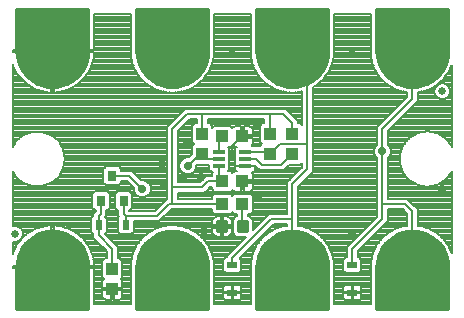
<source format=gtl>
G75*
%MOIN*%
%OFA0B0*%
%FSLAX25Y25*%
%IPPOS*%
%LPD*%
%AMOC8*
5,1,8,0,0,1.08239X$1,22.5*
%
%ADD10R,0.04331X0.03937*%
%ADD11C,0.01181*%
%ADD12R,0.03937X0.04331*%
%ADD13C,0.02500*%
%ADD14C,0.20000*%
%ADD15C,0.01000*%
%ADD16R,0.02480X0.03268*%
%ADD17R,0.03268X0.02480*%
%ADD18R,0.03150X0.03543*%
%ADD19R,0.03937X0.01378*%
%ADD20C,0.00800*%
%ADD21C,0.00700*%
%ADD22C,0.02900*%
D10*
X0199987Y0276400D03*
X0206680Y0276400D03*
X0206680Y0283900D03*
X0199987Y0283900D03*
X0199987Y0298900D03*
X0206680Y0298900D03*
D11*
X0208164Y0270278D02*
X0208164Y0267522D01*
X0205408Y0267522D01*
X0205408Y0270278D01*
X0208164Y0270278D01*
X0208164Y0268644D02*
X0205408Y0268644D01*
X0205408Y0269766D02*
X0208164Y0269766D01*
X0201259Y0270278D02*
X0201259Y0267522D01*
X0198503Y0267522D01*
X0198503Y0270278D01*
X0201259Y0270278D01*
X0201259Y0268644D02*
X0198503Y0268644D01*
X0198503Y0269766D02*
X0201259Y0269766D01*
D12*
X0193333Y0293054D03*
X0193333Y0299746D03*
X0215833Y0299746D03*
X0215833Y0293054D03*
X0223333Y0293054D03*
X0223333Y0299746D03*
X0163333Y0254746D03*
X0163333Y0248054D03*
D13*
X0130833Y0266400D03*
X0273333Y0313900D03*
D14*
X0263333Y0327400D03*
X0223333Y0327400D03*
X0183333Y0327400D03*
X0143333Y0327400D03*
X0143333Y0255400D03*
X0183333Y0255400D03*
X0223333Y0255400D03*
X0263333Y0255400D03*
D15*
X0155333Y0241400D02*
X0131333Y0241400D01*
X0155333Y0241400D01*
X0155333Y0255400D01*
X0155211Y0257108D01*
X0154847Y0258781D01*
X0154249Y0260385D01*
X0153428Y0261888D01*
X0152402Y0263258D01*
X0151192Y0264469D01*
X0149821Y0265495D01*
X0148318Y0266316D01*
X0146714Y0266914D01*
X0145041Y0267278D01*
X0143333Y0267400D01*
X0141626Y0267278D01*
X0139953Y0266914D01*
X0138348Y0266316D01*
X0136846Y0265495D01*
X0135475Y0264469D01*
X0134264Y0263258D01*
X0133238Y0261888D01*
X0132418Y0260385D01*
X0131819Y0258781D01*
X0131455Y0257108D01*
X0131333Y0255400D01*
X0131333Y0241400D01*
X0131333Y0242399D02*
X0155333Y0242399D01*
X0155333Y0243397D02*
X0131333Y0243397D01*
X0131333Y0244396D02*
X0155333Y0244396D01*
X0155333Y0245394D02*
X0131333Y0245394D01*
X0131333Y0246393D02*
X0155333Y0246393D01*
X0155333Y0247391D02*
X0131333Y0247391D01*
X0131333Y0248390D02*
X0155333Y0248390D01*
X0155333Y0249388D02*
X0131333Y0249388D01*
X0131333Y0250387D02*
X0155333Y0250387D01*
X0155333Y0251385D02*
X0131333Y0251385D01*
X0131333Y0252384D02*
X0155333Y0252384D01*
X0155333Y0253382D02*
X0131333Y0253382D01*
X0131333Y0254381D02*
X0155333Y0254381D01*
X0155333Y0255379D02*
X0131333Y0255379D01*
X0131403Y0256378D02*
X0155263Y0256378D01*
X0155153Y0257376D02*
X0131514Y0257376D01*
X0131731Y0258375D02*
X0154936Y0258375D01*
X0154626Y0259373D02*
X0132040Y0259373D01*
X0132413Y0260372D02*
X0154254Y0260372D01*
X0153711Y0261370D02*
X0132956Y0261370D01*
X0133598Y0262369D02*
X0153068Y0262369D01*
X0152293Y0263367D02*
X0134373Y0263367D01*
X0135372Y0264366D02*
X0151295Y0264366D01*
X0149996Y0265364D02*
X0136671Y0265364D01*
X0138475Y0266363D02*
X0148192Y0266363D01*
X0143874Y0267361D02*
X0142792Y0267361D01*
X0171819Y0258781D02*
X0171455Y0257108D01*
X0171333Y0255400D01*
X0171333Y0241400D01*
X0195333Y0241400D01*
X0195333Y0255400D01*
X0195211Y0257108D01*
X0194847Y0258781D01*
X0194249Y0260385D01*
X0193428Y0261888D01*
X0192402Y0263258D01*
X0191192Y0264469D01*
X0189821Y0265495D01*
X0188318Y0266316D01*
X0186714Y0266914D01*
X0185041Y0267278D01*
X0183333Y0267400D01*
X0181626Y0267278D01*
X0179953Y0266914D01*
X0178348Y0266316D01*
X0176846Y0265495D01*
X0175475Y0264469D01*
X0174264Y0263258D01*
X0173238Y0261888D01*
X0172418Y0260385D01*
X0171819Y0258781D01*
X0171731Y0258375D02*
X0194936Y0258375D01*
X0195153Y0257376D02*
X0171514Y0257376D01*
X0171403Y0256378D02*
X0195263Y0256378D01*
X0195333Y0255379D02*
X0171333Y0255379D01*
X0171333Y0254381D02*
X0195333Y0254381D01*
X0195333Y0253382D02*
X0171333Y0253382D01*
X0171333Y0252384D02*
X0195333Y0252384D01*
X0195333Y0251385D02*
X0171333Y0251385D01*
X0171333Y0250387D02*
X0195333Y0250387D01*
X0195333Y0249388D02*
X0171333Y0249388D01*
X0171333Y0248390D02*
X0195333Y0248390D01*
X0195333Y0247391D02*
X0171333Y0247391D01*
X0171333Y0246393D02*
X0195333Y0246393D01*
X0195333Y0245394D02*
X0171333Y0245394D01*
X0171333Y0244396D02*
X0195333Y0244396D01*
X0195333Y0243397D02*
X0171333Y0243397D01*
X0171333Y0242399D02*
X0195333Y0242399D01*
X0195333Y0241400D02*
X0171333Y0241400D01*
X0172040Y0259373D02*
X0194626Y0259373D01*
X0194254Y0260372D02*
X0172413Y0260372D01*
X0172956Y0261370D02*
X0193711Y0261370D01*
X0193068Y0262369D02*
X0173598Y0262369D01*
X0174373Y0263367D02*
X0192293Y0263367D01*
X0191295Y0264366D02*
X0175372Y0264366D01*
X0176671Y0265364D02*
X0189996Y0265364D01*
X0188192Y0266363D02*
X0178475Y0266363D01*
X0182792Y0267361D02*
X0183874Y0267361D01*
X0211819Y0258781D02*
X0211455Y0257108D01*
X0211333Y0255400D01*
X0211333Y0241400D01*
X0235333Y0241400D01*
X0235333Y0255400D01*
X0235211Y0257108D01*
X0234847Y0258781D01*
X0234249Y0260385D01*
X0233428Y0261888D01*
X0232402Y0263258D01*
X0231192Y0264469D01*
X0229821Y0265495D01*
X0228318Y0266316D01*
X0226714Y0266914D01*
X0225041Y0267278D01*
X0223333Y0267400D01*
X0221626Y0267278D01*
X0219953Y0266914D01*
X0218348Y0266316D01*
X0216846Y0265495D01*
X0215475Y0264469D01*
X0214264Y0263258D01*
X0213238Y0261888D01*
X0212418Y0260385D01*
X0211819Y0258781D01*
X0211731Y0258375D02*
X0234936Y0258375D01*
X0235153Y0257376D02*
X0211514Y0257376D01*
X0211403Y0256378D02*
X0235263Y0256378D01*
X0235333Y0255379D02*
X0211333Y0255379D01*
X0211333Y0254381D02*
X0235333Y0254381D01*
X0235333Y0253382D02*
X0211333Y0253382D01*
X0211333Y0252384D02*
X0235333Y0252384D01*
X0235333Y0251385D02*
X0211333Y0251385D01*
X0211333Y0250387D02*
X0235333Y0250387D01*
X0235333Y0249388D02*
X0211333Y0249388D01*
X0211333Y0248390D02*
X0235333Y0248390D01*
X0235333Y0247391D02*
X0211333Y0247391D01*
X0211333Y0246393D02*
X0235333Y0246393D01*
X0235333Y0245394D02*
X0211333Y0245394D01*
X0211333Y0244396D02*
X0235333Y0244396D01*
X0235333Y0243397D02*
X0211333Y0243397D01*
X0211333Y0242399D02*
X0235333Y0242399D01*
X0235333Y0241400D02*
X0211333Y0241400D01*
X0212040Y0259373D02*
X0234626Y0259373D01*
X0234254Y0260372D02*
X0212413Y0260372D01*
X0212956Y0261370D02*
X0233711Y0261370D01*
X0233068Y0262369D02*
X0213598Y0262369D01*
X0214373Y0263367D02*
X0232293Y0263367D01*
X0231295Y0264366D02*
X0215372Y0264366D01*
X0216671Y0265364D02*
X0229996Y0265364D01*
X0228192Y0266363D02*
X0218475Y0266363D01*
X0222792Y0267361D02*
X0223874Y0267361D01*
X0251819Y0258781D02*
X0251455Y0257108D01*
X0251333Y0255400D01*
X0251333Y0241400D01*
X0275333Y0241400D01*
X0275333Y0255400D01*
X0275211Y0257108D01*
X0274847Y0258781D01*
X0274249Y0260385D01*
X0273428Y0261888D01*
X0272402Y0263258D01*
X0271192Y0264469D01*
X0269821Y0265495D01*
X0268318Y0266316D01*
X0266714Y0266914D01*
X0265041Y0267278D01*
X0263333Y0267400D01*
X0261626Y0267278D01*
X0259953Y0266914D01*
X0258348Y0266316D01*
X0256846Y0265495D01*
X0255475Y0264469D01*
X0254264Y0263258D01*
X0253238Y0261888D01*
X0252418Y0260385D01*
X0251819Y0258781D01*
X0251731Y0258375D02*
X0274936Y0258375D01*
X0275153Y0257376D02*
X0251514Y0257376D01*
X0251403Y0256378D02*
X0275263Y0256378D01*
X0275333Y0255379D02*
X0251333Y0255379D01*
X0251333Y0254381D02*
X0275333Y0254381D01*
X0275333Y0253382D02*
X0251333Y0253382D01*
X0251333Y0252384D02*
X0275333Y0252384D01*
X0275333Y0251385D02*
X0251333Y0251385D01*
X0251333Y0250387D02*
X0275333Y0250387D01*
X0275333Y0249388D02*
X0251333Y0249388D01*
X0251333Y0248390D02*
X0275333Y0248390D01*
X0275333Y0247391D02*
X0251333Y0247391D01*
X0251333Y0246393D02*
X0275333Y0246393D01*
X0275333Y0245394D02*
X0251333Y0245394D01*
X0251333Y0244396D02*
X0275333Y0244396D01*
X0275333Y0243397D02*
X0251333Y0243397D01*
X0251333Y0242399D02*
X0275333Y0242399D01*
X0275333Y0241400D02*
X0251333Y0241400D01*
X0252040Y0259373D02*
X0274626Y0259373D01*
X0274254Y0260372D02*
X0252413Y0260372D01*
X0252956Y0261370D02*
X0273711Y0261370D01*
X0273068Y0262369D02*
X0253598Y0262369D01*
X0254373Y0263367D02*
X0272293Y0263367D01*
X0271295Y0264366D02*
X0255372Y0264366D01*
X0256671Y0265364D02*
X0269996Y0265364D01*
X0268192Y0266363D02*
X0258475Y0266363D01*
X0262792Y0267361D02*
X0263874Y0267361D01*
X0263333Y0315400D02*
X0261626Y0315522D01*
X0259953Y0315886D01*
X0258348Y0316484D01*
X0256846Y0317305D01*
X0255475Y0318331D01*
X0254264Y0319542D01*
X0253238Y0320912D01*
X0252418Y0322415D01*
X0251819Y0324019D01*
X0251455Y0325692D01*
X0251333Y0327400D01*
X0251333Y0341400D01*
X0275333Y0341400D01*
X0275333Y0327400D01*
X0275211Y0325692D01*
X0274847Y0324019D01*
X0274249Y0322415D01*
X0273428Y0320912D01*
X0272402Y0319542D01*
X0271192Y0318331D01*
X0269821Y0317305D01*
X0268318Y0316484D01*
X0266714Y0315886D01*
X0265041Y0315522D01*
X0263333Y0315400D01*
X0258874Y0316288D02*
X0267793Y0316288D01*
X0269788Y0317287D02*
X0256879Y0317287D01*
X0255536Y0318285D02*
X0271131Y0318285D01*
X0272145Y0319284D02*
X0254522Y0319284D01*
X0253710Y0320282D02*
X0272957Y0320282D01*
X0273630Y0321281D02*
X0253037Y0321281D01*
X0252492Y0322279D02*
X0274175Y0322279D01*
X0274571Y0323278D02*
X0252096Y0323278D01*
X0251763Y0324276D02*
X0274903Y0324276D01*
X0275120Y0325275D02*
X0251546Y0325275D01*
X0251414Y0326273D02*
X0275253Y0326273D01*
X0275324Y0327272D02*
X0251342Y0327272D01*
X0251333Y0328270D02*
X0275333Y0328270D01*
X0275333Y0329269D02*
X0251333Y0329269D01*
X0251333Y0330268D02*
X0275333Y0330268D01*
X0275333Y0331266D02*
X0251333Y0331266D01*
X0251333Y0332265D02*
X0275333Y0332265D01*
X0275333Y0333263D02*
X0251333Y0333263D01*
X0251333Y0334262D02*
X0275333Y0334262D01*
X0275333Y0335260D02*
X0251333Y0335260D01*
X0251333Y0336259D02*
X0275333Y0336259D01*
X0275333Y0337257D02*
X0251333Y0337257D01*
X0251333Y0338256D02*
X0275333Y0338256D01*
X0275333Y0339254D02*
X0251333Y0339254D01*
X0251333Y0340253D02*
X0275333Y0340253D01*
X0275333Y0341251D02*
X0251333Y0341251D01*
X0235333Y0341251D02*
X0211333Y0341251D01*
X0211333Y0341400D02*
X0211333Y0327400D01*
X0211455Y0325692D01*
X0211819Y0324019D01*
X0212418Y0322415D01*
X0213238Y0320912D01*
X0214264Y0319542D01*
X0215475Y0318331D01*
X0216846Y0317305D01*
X0218348Y0316484D01*
X0219953Y0315886D01*
X0221626Y0315522D01*
X0223333Y0315400D01*
X0225041Y0315522D01*
X0226714Y0315886D01*
X0228318Y0316484D01*
X0229821Y0317305D01*
X0231192Y0318331D01*
X0232402Y0319542D01*
X0233428Y0320912D01*
X0234249Y0322415D01*
X0234847Y0324019D01*
X0235211Y0325692D01*
X0235333Y0327400D01*
X0235333Y0341400D01*
X0211333Y0341400D01*
X0211333Y0340253D02*
X0235333Y0340253D01*
X0235333Y0339254D02*
X0211333Y0339254D01*
X0211333Y0338256D02*
X0235333Y0338256D01*
X0235333Y0337257D02*
X0211333Y0337257D01*
X0211333Y0336259D02*
X0235333Y0336259D01*
X0235333Y0335260D02*
X0211333Y0335260D01*
X0211333Y0334262D02*
X0235333Y0334262D01*
X0235333Y0333263D02*
X0211333Y0333263D01*
X0211333Y0332265D02*
X0235333Y0332265D01*
X0235333Y0331266D02*
X0211333Y0331266D01*
X0211333Y0330268D02*
X0235333Y0330268D01*
X0235333Y0329269D02*
X0211333Y0329269D01*
X0211333Y0328270D02*
X0235333Y0328270D01*
X0235324Y0327272D02*
X0211342Y0327272D01*
X0211414Y0326273D02*
X0235253Y0326273D01*
X0235120Y0325275D02*
X0211546Y0325275D01*
X0211763Y0324276D02*
X0234903Y0324276D01*
X0234571Y0323278D02*
X0212096Y0323278D01*
X0212492Y0322279D02*
X0234175Y0322279D01*
X0233630Y0321281D02*
X0213037Y0321281D01*
X0213710Y0320282D02*
X0232957Y0320282D01*
X0232145Y0319284D02*
X0214522Y0319284D01*
X0215536Y0318285D02*
X0231131Y0318285D01*
X0229788Y0317287D02*
X0216879Y0317287D01*
X0218874Y0316288D02*
X0227793Y0316288D01*
X0194847Y0324019D02*
X0195211Y0325692D01*
X0195333Y0327400D01*
X0195333Y0341400D01*
X0171333Y0341400D01*
X0171333Y0327400D01*
X0171455Y0325692D01*
X0171819Y0324019D01*
X0172418Y0322415D01*
X0173238Y0320912D01*
X0174264Y0319542D01*
X0175475Y0318331D01*
X0176846Y0317305D01*
X0178348Y0316484D01*
X0179953Y0315886D01*
X0181626Y0315522D01*
X0183333Y0315400D01*
X0185041Y0315522D01*
X0186714Y0315886D01*
X0188318Y0316484D01*
X0189821Y0317305D01*
X0191192Y0318331D01*
X0192402Y0319542D01*
X0193428Y0320912D01*
X0194249Y0322415D01*
X0194847Y0324019D01*
X0194903Y0324276D02*
X0171763Y0324276D01*
X0171546Y0325275D02*
X0195120Y0325275D01*
X0195253Y0326273D02*
X0171414Y0326273D01*
X0171342Y0327272D02*
X0195324Y0327272D01*
X0195333Y0328270D02*
X0171333Y0328270D01*
X0171333Y0329269D02*
X0195333Y0329269D01*
X0195333Y0330268D02*
X0171333Y0330268D01*
X0171333Y0331266D02*
X0195333Y0331266D01*
X0195333Y0332265D02*
X0171333Y0332265D01*
X0171333Y0333263D02*
X0195333Y0333263D01*
X0195333Y0334262D02*
X0171333Y0334262D01*
X0171333Y0335260D02*
X0195333Y0335260D01*
X0195333Y0336259D02*
X0171333Y0336259D01*
X0171333Y0337257D02*
X0195333Y0337257D01*
X0195333Y0338256D02*
X0171333Y0338256D01*
X0171333Y0339254D02*
X0195333Y0339254D01*
X0195333Y0340253D02*
X0171333Y0340253D01*
X0171333Y0341251D02*
X0195333Y0341251D01*
X0194571Y0323278D02*
X0172096Y0323278D01*
X0172492Y0322279D02*
X0194175Y0322279D01*
X0193630Y0321281D02*
X0173037Y0321281D01*
X0173710Y0320282D02*
X0192957Y0320282D01*
X0192145Y0319284D02*
X0174522Y0319284D01*
X0175536Y0318285D02*
X0191131Y0318285D01*
X0189788Y0317287D02*
X0176879Y0317287D01*
X0178874Y0316288D02*
X0187793Y0316288D01*
X0154847Y0324019D02*
X0155211Y0325692D01*
X0155333Y0327400D01*
X0155333Y0341400D01*
X0131333Y0341400D01*
X0131333Y0327400D01*
X0131455Y0325692D01*
X0131819Y0324019D01*
X0132418Y0322415D01*
X0133238Y0320912D01*
X0134264Y0319542D01*
X0135475Y0318331D01*
X0136846Y0317305D01*
X0138348Y0316484D01*
X0139953Y0315886D01*
X0141626Y0315522D01*
X0143333Y0315400D01*
X0145041Y0315522D01*
X0146714Y0315886D01*
X0148318Y0316484D01*
X0149821Y0317305D01*
X0151192Y0318331D01*
X0152402Y0319542D01*
X0153428Y0320912D01*
X0154249Y0322415D01*
X0154847Y0324019D01*
X0154903Y0324276D02*
X0131763Y0324276D01*
X0131546Y0325275D02*
X0155120Y0325275D01*
X0155253Y0326273D02*
X0131414Y0326273D01*
X0131342Y0327272D02*
X0155324Y0327272D01*
X0155333Y0328270D02*
X0131333Y0328270D01*
X0131333Y0329269D02*
X0155333Y0329269D01*
X0155333Y0330268D02*
X0131333Y0330268D01*
X0131333Y0331266D02*
X0155333Y0331266D01*
X0155333Y0332265D02*
X0131333Y0332265D01*
X0131333Y0333263D02*
X0155333Y0333263D01*
X0155333Y0334262D02*
X0131333Y0334262D01*
X0131333Y0335260D02*
X0155333Y0335260D01*
X0155333Y0336259D02*
X0131333Y0336259D01*
X0131333Y0337257D02*
X0155333Y0337257D01*
X0155333Y0338256D02*
X0131333Y0338256D01*
X0131333Y0339254D02*
X0155333Y0339254D01*
X0155333Y0340253D02*
X0131333Y0340253D01*
X0131333Y0341251D02*
X0155333Y0341251D01*
X0154571Y0323278D02*
X0132096Y0323278D01*
X0132492Y0322279D02*
X0154175Y0322279D01*
X0153630Y0321281D02*
X0133037Y0321281D01*
X0133710Y0320282D02*
X0152957Y0320282D01*
X0152145Y0319284D02*
X0134522Y0319284D01*
X0135536Y0318285D02*
X0151131Y0318285D01*
X0149788Y0317287D02*
X0136879Y0317287D01*
X0138874Y0316288D02*
X0147793Y0316288D01*
D16*
X0158806Y0269400D03*
X0167861Y0269400D03*
D17*
X0203333Y0255928D03*
X0203333Y0246872D03*
X0243333Y0246872D03*
X0243333Y0255928D03*
D18*
X0167073Y0277463D03*
X0159593Y0277463D03*
X0163333Y0285731D03*
D19*
X0199003Y0289038D03*
X0199003Y0291400D03*
X0199003Y0293762D03*
X0207664Y0293762D03*
X0207664Y0291400D03*
X0207664Y0289038D03*
D20*
X0207664Y0289038D01*
X0204296Y0289038D01*
X0204296Y0289911D01*
X0204342Y0290085D01*
X0204296Y0290131D01*
X0204296Y0295031D01*
X0204796Y0295531D01*
X0204330Y0295531D01*
X0203974Y0295627D01*
X0203655Y0295811D01*
X0203394Y0296072D01*
X0203350Y0296149D01*
X0202732Y0295531D01*
X0201871Y0295531D01*
X0202371Y0295031D01*
X0202371Y0287769D01*
X0201871Y0287268D01*
X0202732Y0287268D01*
X0203350Y0286651D01*
X0203394Y0286728D01*
X0203655Y0286989D01*
X0203974Y0287173D01*
X0204330Y0287268D01*
X0204796Y0287268D01*
X0204575Y0287489D01*
X0204391Y0287808D01*
X0204296Y0288164D01*
X0204296Y0289038D01*
X0207664Y0289038D01*
X0211033Y0289038D01*
X0211033Y0289155D01*
X0212588Y0287600D01*
X0220425Y0287600D01*
X0221480Y0288654D01*
X0222314Y0289488D01*
X0225882Y0289488D01*
X0226533Y0290140D01*
X0226533Y0288646D01*
X0221533Y0283646D01*
X0221533Y0273200D01*
X0215588Y0273200D01*
X0210155Y0267767D01*
X0210155Y0271102D01*
X0208989Y0272268D01*
X0208480Y0272268D01*
X0208480Y0273031D01*
X0209425Y0273031D01*
X0210245Y0273852D01*
X0210245Y0278948D01*
X0209425Y0279768D01*
X0203935Y0279768D01*
X0203333Y0279167D01*
X0202732Y0279768D01*
X0197242Y0279768D01*
X0196422Y0278948D01*
X0196422Y0278200D01*
X0185133Y0278200D01*
X0185133Y0280150D01*
X0194058Y0280150D01*
X0195083Y0281175D01*
X0196008Y0282100D01*
X0196422Y0282100D01*
X0196422Y0281352D01*
X0197242Y0280531D01*
X0202732Y0280531D01*
X0203350Y0281149D01*
X0203394Y0281072D01*
X0203655Y0280811D01*
X0203974Y0280627D01*
X0204330Y0280531D01*
X0206280Y0280531D01*
X0206280Y0283500D01*
X0207080Y0283500D01*
X0207080Y0284300D01*
X0210245Y0284300D01*
X0210245Y0286053D01*
X0210150Y0286409D01*
X0209965Y0286728D01*
X0209745Y0286949D01*
X0209817Y0286949D01*
X0210173Y0287044D01*
X0210492Y0287229D01*
X0210753Y0287489D01*
X0210937Y0287808D01*
X0211033Y0288164D01*
X0211033Y0289038D01*
X0207664Y0289038D01*
X0207664Y0289038D01*
X0207664Y0291400D02*
X0211333Y0291400D01*
X0213333Y0289400D01*
X0219680Y0289400D01*
X0223333Y0293054D01*
X0222136Y0289311D02*
X0226533Y0289311D01*
X0226503Y0290109D02*
X0226533Y0290109D01*
X0226400Y0288512D02*
X0221338Y0288512D01*
X0220539Y0287714D02*
X0225601Y0287714D01*
X0224803Y0286915D02*
X0209778Y0286915D01*
X0210228Y0286117D02*
X0224004Y0286117D01*
X0223206Y0285318D02*
X0210245Y0285318D01*
X0210245Y0284520D02*
X0222407Y0284520D01*
X0221609Y0283721D02*
X0207080Y0283721D01*
X0207080Y0283500D02*
X0210245Y0283500D01*
X0210245Y0281747D01*
X0210150Y0281391D01*
X0209965Y0281072D01*
X0209705Y0280811D01*
X0209386Y0280627D01*
X0209029Y0280531D01*
X0207080Y0280531D01*
X0207080Y0283500D01*
X0207080Y0282923D02*
X0206280Y0282923D01*
X0206280Y0282124D02*
X0207080Y0282124D01*
X0207080Y0281326D02*
X0206280Y0281326D01*
X0203895Y0279729D02*
X0202772Y0279729D01*
X0199987Y0276400D02*
X0183333Y0276400D01*
X0182333Y0276400D01*
X0178306Y0272372D01*
X0167861Y0272372D01*
X0167073Y0273160D01*
X0167073Y0277463D01*
X0164099Y0277333D02*
X0162568Y0277333D01*
X0162568Y0276534D02*
X0164099Y0276534D01*
X0164099Y0275736D02*
X0162568Y0275736D01*
X0162568Y0275111D02*
X0161748Y0274291D01*
X0161393Y0274291D01*
X0161393Y0272414D01*
X0161019Y0272040D01*
X0161446Y0271614D01*
X0161446Y0267186D01*
X0160769Y0266510D01*
X0165133Y0262146D01*
X0165133Y0258312D01*
X0165882Y0258312D01*
X0166702Y0257492D01*
X0166702Y0252001D01*
X0166084Y0251384D01*
X0166161Y0251339D01*
X0166422Y0251079D01*
X0166606Y0250759D01*
X0166702Y0250403D01*
X0166702Y0248454D01*
X0163733Y0248454D01*
X0163733Y0247654D01*
X0166702Y0247654D01*
X0166702Y0245704D01*
X0166606Y0245348D01*
X0166422Y0245029D01*
X0166161Y0244768D01*
X0165842Y0244584D01*
X0165486Y0244488D01*
X0163733Y0244488D01*
X0163733Y0247653D01*
X0162933Y0247653D01*
X0162933Y0244488D01*
X0161180Y0244488D01*
X0160824Y0244584D01*
X0160505Y0244768D01*
X0160245Y0245029D01*
X0160060Y0245348D01*
X0159965Y0245704D01*
X0159965Y0247654D01*
X0162933Y0247654D01*
X0162933Y0248454D01*
X0159965Y0248454D01*
X0159965Y0250403D01*
X0160060Y0250759D01*
X0160245Y0251079D01*
X0160505Y0251339D01*
X0160582Y0251384D01*
X0159965Y0252001D01*
X0159965Y0257492D01*
X0160785Y0258312D01*
X0161533Y0258312D01*
X0161533Y0260654D01*
X0158060Y0264128D01*
X0157006Y0265182D01*
X0157006Y0266366D01*
X0156986Y0266366D01*
X0156166Y0267186D01*
X0156166Y0271614D01*
X0156986Y0272434D01*
X0157006Y0272434D01*
X0157006Y0273118D01*
X0157793Y0273905D01*
X0157793Y0274291D01*
X0157438Y0274291D01*
X0156618Y0275111D01*
X0156618Y0279815D01*
X0157438Y0280635D01*
X0161748Y0280635D01*
X0162568Y0279815D01*
X0162568Y0275111D01*
X0162394Y0274937D02*
X0164273Y0274937D01*
X0164099Y0275111D02*
X0164919Y0274291D01*
X0165273Y0274291D01*
X0165273Y0272414D01*
X0165647Y0272040D01*
X0165221Y0271614D01*
X0165221Y0267186D01*
X0166041Y0266366D01*
X0169681Y0266366D01*
X0170501Y0267186D01*
X0170501Y0270572D01*
X0179051Y0270572D01*
X0183079Y0274600D01*
X0196422Y0274600D01*
X0196422Y0273852D01*
X0197242Y0273031D01*
X0202732Y0273031D01*
X0203333Y0273633D01*
X0203935Y0273031D01*
X0204880Y0273031D01*
X0204880Y0272268D01*
X0204584Y0272268D01*
X0203418Y0271102D01*
X0203418Y0266698D01*
X0204584Y0265531D01*
X0207919Y0265531D01*
X0201533Y0259146D01*
X0201533Y0258568D01*
X0201120Y0258568D01*
X0200299Y0257748D01*
X0200299Y0254107D01*
X0201120Y0253287D01*
X0205547Y0253287D01*
X0206367Y0254107D01*
X0206367Y0257748D01*
X0205797Y0258318D01*
X0217079Y0269600D01*
X0221533Y0269600D01*
X0221533Y0269202D01*
X0221354Y0269163D01*
X0220705Y0269117D01*
X0220604Y0269000D01*
X0220167Y0268905D01*
X0220026Y0268969D01*
X0219416Y0268742D01*
X0218780Y0268603D01*
X0218696Y0268473D01*
X0218277Y0268317D01*
X0218128Y0268360D01*
X0217557Y0268048D01*
X0216947Y0267821D01*
X0216883Y0267680D01*
X0216490Y0267466D01*
X0216337Y0267488D01*
X0215816Y0267097D01*
X0215244Y0266785D01*
X0215201Y0266637D01*
X0214843Y0266369D01*
X0214688Y0266369D01*
X0214228Y0265909D01*
X0213706Y0265518D01*
X0213684Y0265365D01*
X0213368Y0265049D01*
X0213215Y0265027D01*
X0212825Y0264506D01*
X0212364Y0264045D01*
X0212364Y0263891D01*
X0212096Y0263533D01*
X0211948Y0263489D01*
X0211636Y0262918D01*
X0211246Y0262396D01*
X0211268Y0262243D01*
X0211053Y0261851D01*
X0210913Y0261786D01*
X0210685Y0261176D01*
X0210373Y0260605D01*
X0210417Y0260456D01*
X0210260Y0260037D01*
X0210130Y0259954D01*
X0209992Y0259317D01*
X0209764Y0258707D01*
X0209828Y0258567D01*
X0209733Y0258130D01*
X0209616Y0258028D01*
X0209570Y0257379D01*
X0209432Y0256743D01*
X0209515Y0256613D01*
X0209489Y0256242D01*
X0209433Y0256187D01*
X0209433Y0255468D01*
X0209382Y0254751D01*
X0209433Y0254691D01*
X0209433Y0243200D01*
X0197233Y0243200D01*
X0197233Y0254691D01*
X0197285Y0254751D01*
X0197233Y0255468D01*
X0197233Y0256187D01*
X0197178Y0256242D01*
X0197151Y0256613D01*
X0197235Y0256743D01*
X0197097Y0257379D01*
X0197050Y0258028D01*
X0196933Y0258130D01*
X0196838Y0258567D01*
X0196902Y0258707D01*
X0196675Y0259317D01*
X0196537Y0259954D01*
X0196406Y0260037D01*
X0196250Y0260456D01*
X0196294Y0260605D01*
X0195982Y0261176D01*
X0195754Y0261786D01*
X0195613Y0261851D01*
X0195399Y0262243D01*
X0195421Y0262396D01*
X0195031Y0262918D01*
X0194719Y0263489D01*
X0194570Y0263533D01*
X0194302Y0263891D01*
X0194302Y0264045D01*
X0193842Y0264506D01*
X0193452Y0265027D01*
X0193299Y0265049D01*
X0192982Y0265365D01*
X0192960Y0265518D01*
X0192439Y0265909D01*
X0191979Y0266369D01*
X0191824Y0266369D01*
X0191466Y0266637D01*
X0191422Y0266785D01*
X0190851Y0267097D01*
X0190330Y0267488D01*
X0190177Y0267466D01*
X0189784Y0267680D01*
X0189720Y0267821D01*
X0189110Y0268048D01*
X0188538Y0268360D01*
X0188390Y0268317D01*
X0187971Y0268473D01*
X0187887Y0268603D01*
X0187251Y0268742D01*
X0186641Y0268969D01*
X0186500Y0268905D01*
X0186063Y0269000D01*
X0185962Y0269117D01*
X0185312Y0269163D01*
X0184676Y0269302D01*
X0184546Y0269218D01*
X0184100Y0269250D01*
X0183983Y0269351D01*
X0183333Y0269305D01*
X0182684Y0269351D01*
X0182567Y0269250D01*
X0182121Y0269218D01*
X0181991Y0269302D01*
X0181354Y0269163D01*
X0180705Y0269117D01*
X0180604Y0269000D01*
X0180167Y0268905D01*
X0180026Y0268969D01*
X0179416Y0268742D01*
X0178780Y0268603D01*
X0178696Y0268473D01*
X0178277Y0268317D01*
X0178128Y0268360D01*
X0177557Y0268048D01*
X0176947Y0267821D01*
X0176883Y0267680D01*
X0176490Y0267466D01*
X0176337Y0267488D01*
X0175816Y0267097D01*
X0175244Y0266785D01*
X0175201Y0266637D01*
X0174843Y0266369D01*
X0174688Y0266369D01*
X0174228Y0265909D01*
X0173706Y0265518D01*
X0173684Y0265365D01*
X0173368Y0265049D01*
X0173215Y0265027D01*
X0172825Y0264506D01*
X0172364Y0264045D01*
X0172364Y0263891D01*
X0172096Y0263533D01*
X0171948Y0263489D01*
X0171636Y0262918D01*
X0171246Y0262396D01*
X0171268Y0262243D01*
X0171053Y0261851D01*
X0170913Y0261786D01*
X0170685Y0261176D01*
X0170373Y0260605D01*
X0170417Y0260456D01*
X0170260Y0260037D01*
X0170130Y0259954D01*
X0169992Y0259317D01*
X0169764Y0258707D01*
X0169828Y0258567D01*
X0169733Y0258130D01*
X0169616Y0258028D01*
X0169570Y0257379D01*
X0169432Y0256743D01*
X0169515Y0256613D01*
X0169489Y0256242D01*
X0169433Y0256187D01*
X0169433Y0255468D01*
X0169382Y0254751D01*
X0169433Y0254691D01*
X0169433Y0243200D01*
X0157233Y0243200D01*
X0157233Y0255000D01*
X0143733Y0255000D01*
X0143733Y0243200D01*
X0142933Y0243200D01*
X0142933Y0255000D01*
X0130133Y0255000D01*
X0130133Y0255800D01*
X0142933Y0255800D01*
X0142933Y0255000D01*
X0143733Y0255000D01*
X0143733Y0255800D01*
X0142933Y0255800D01*
X0142933Y0269300D01*
X0142605Y0269300D01*
X0141156Y0269148D01*
X0139731Y0268845D01*
X0138345Y0268395D01*
X0137014Y0267802D01*
X0135752Y0267074D01*
X0134574Y0266217D01*
X0133491Y0265242D01*
X0132516Y0264160D01*
X0132516Y0264160D01*
X0132506Y0264145D01*
X0131660Y0262981D01*
X0130931Y0261719D01*
X0130339Y0260388D01*
X0130133Y0259756D01*
X0130133Y0263822D01*
X0130306Y0263750D01*
X0131360Y0263750D01*
X0132334Y0264153D01*
X0133080Y0264899D01*
X0133483Y0265873D01*
X0133483Y0266927D01*
X0133080Y0267901D01*
X0132334Y0268647D01*
X0131360Y0269050D01*
X0130306Y0269050D01*
X0130133Y0268978D01*
X0130133Y0287403D01*
X0131255Y0285460D01*
X0133713Y0283398D01*
X0136729Y0282300D01*
X0139938Y0282300D01*
X0142954Y0283398D01*
X0145412Y0285460D01*
X0145412Y0285460D01*
X0145412Y0285460D01*
X0147016Y0288240D01*
X0147574Y0291400D01*
X0147016Y0294560D01*
X0147016Y0294560D01*
X0145412Y0297340D01*
X0142954Y0299402D01*
X0142954Y0299402D01*
X0139938Y0300500D01*
X0136729Y0300500D01*
X0133713Y0299402D01*
X0131255Y0297340D01*
X0131255Y0297340D01*
X0130133Y0295397D01*
X0130133Y0323044D01*
X0130339Y0322412D01*
X0130339Y0322412D01*
X0130931Y0321081D01*
X0130931Y0321081D01*
X0131660Y0319819D01*
X0132516Y0318640D01*
X0133491Y0317558D01*
X0133491Y0317558D01*
X0133508Y0317543D01*
X0134574Y0316583D01*
X0134594Y0316568D01*
X0135752Y0315726D01*
X0135752Y0315726D01*
X0135777Y0315712D01*
X0137014Y0314998D01*
X0137014Y0314998D01*
X0137045Y0314984D01*
X0138345Y0314405D01*
X0138384Y0314393D01*
X0139731Y0313955D01*
X0139783Y0313944D01*
X0141156Y0313652D01*
X0142605Y0313500D01*
X0142933Y0313500D01*
X0142933Y0327000D01*
X0130133Y0327000D01*
X0130133Y0327800D01*
X0142933Y0327800D01*
X0142933Y0327000D01*
X0143733Y0327000D01*
X0143733Y0313500D01*
X0144062Y0313500D01*
X0145511Y0313652D01*
X0146936Y0313955D01*
X0148321Y0314405D01*
X0149652Y0314998D01*
X0150914Y0315726D01*
X0152093Y0316583D01*
X0153176Y0317558D01*
X0154150Y0318640D01*
X0154150Y0318640D01*
X0154155Y0318647D01*
X0155007Y0319819D01*
X0155007Y0319819D01*
X0155735Y0321081D01*
X0156328Y0322412D01*
X0156778Y0323797D01*
X0156778Y0323797D01*
X0157081Y0325223D01*
X0157233Y0326672D01*
X0157233Y0327000D01*
X0143733Y0327000D01*
X0143733Y0327800D01*
X0142933Y0327800D01*
X0142933Y0339600D01*
X0143733Y0339600D01*
X0143733Y0327800D01*
X0157233Y0327800D01*
X0157233Y0339600D01*
X0169433Y0339600D01*
X0169433Y0328109D01*
X0169382Y0328049D01*
X0169433Y0327332D01*
X0169433Y0326613D01*
X0169489Y0326558D01*
X0169515Y0326187D01*
X0169432Y0326057D01*
X0169570Y0325421D01*
X0169616Y0324772D01*
X0169733Y0324670D01*
X0169828Y0324233D01*
X0169764Y0324093D01*
X0169992Y0323483D01*
X0170130Y0322846D01*
X0170260Y0322763D01*
X0170417Y0322344D01*
X0170373Y0322195D01*
X0170685Y0321624D01*
X0170913Y0321014D01*
X0171053Y0320949D01*
X0171268Y0320557D01*
X0171246Y0320404D01*
X0171636Y0319882D01*
X0171948Y0319311D01*
X0172096Y0319267D01*
X0172364Y0318909D01*
X0172364Y0318755D01*
X0172825Y0318294D01*
X0173215Y0317773D01*
X0173368Y0317751D01*
X0173684Y0317435D01*
X0173706Y0317282D01*
X0174228Y0316891D01*
X0174688Y0316431D01*
X0174843Y0316431D01*
X0175201Y0316163D01*
X0175244Y0316015D01*
X0175816Y0315703D01*
X0176337Y0315312D01*
X0176490Y0315334D01*
X0176883Y0315120D01*
X0176947Y0314979D01*
X0177557Y0314752D01*
X0178128Y0314440D01*
X0178277Y0314483D01*
X0178696Y0314327D01*
X0178780Y0314197D01*
X0179416Y0314058D01*
X0180026Y0313831D01*
X0180167Y0313895D01*
X0180604Y0313800D01*
X0180705Y0313683D01*
X0181354Y0313637D01*
X0181991Y0313498D01*
X0182121Y0313582D01*
X0182567Y0313550D01*
X0182684Y0313449D01*
X0183333Y0313495D01*
X0183983Y0313449D01*
X0184100Y0313550D01*
X0184546Y0313582D01*
X0184676Y0313498D01*
X0185312Y0313637D01*
X0185962Y0313683D01*
X0186063Y0313800D01*
X0186500Y0313895D01*
X0186641Y0313831D01*
X0187251Y0314058D01*
X0187887Y0314197D01*
X0187971Y0314327D01*
X0188390Y0314483D01*
X0188538Y0314440D01*
X0189110Y0314752D01*
X0189720Y0314979D01*
X0189784Y0315120D01*
X0190177Y0315334D01*
X0190330Y0315312D01*
X0190851Y0315703D01*
X0191422Y0316015D01*
X0191466Y0316163D01*
X0191824Y0316431D01*
X0191979Y0316431D01*
X0192439Y0316891D01*
X0192960Y0317282D01*
X0192982Y0317435D01*
X0193299Y0317751D01*
X0193452Y0317773D01*
X0193842Y0318294D01*
X0194302Y0318755D01*
X0194302Y0318909D01*
X0194570Y0319267D01*
X0194719Y0319311D01*
X0195031Y0319882D01*
X0195421Y0320404D01*
X0195399Y0320557D01*
X0195613Y0320949D01*
X0195754Y0321014D01*
X0195982Y0321624D01*
X0196294Y0322195D01*
X0196250Y0322344D01*
X0196406Y0322763D01*
X0196537Y0322846D01*
X0196675Y0323483D01*
X0196902Y0324093D01*
X0196838Y0324233D01*
X0196933Y0324670D01*
X0197050Y0324772D01*
X0197097Y0325421D01*
X0197235Y0326057D01*
X0197151Y0326187D01*
X0197178Y0326558D01*
X0197233Y0326613D01*
X0197233Y0327332D01*
X0197285Y0328049D01*
X0197233Y0328109D01*
X0197233Y0339600D01*
X0209433Y0339600D01*
X0209433Y0328109D01*
X0209382Y0328049D01*
X0209433Y0327332D01*
X0209433Y0326613D01*
X0209489Y0326558D01*
X0209515Y0326187D01*
X0209432Y0326057D01*
X0209570Y0325421D01*
X0209616Y0324772D01*
X0209733Y0324670D01*
X0209828Y0324233D01*
X0209764Y0324093D01*
X0209992Y0323483D01*
X0210130Y0322846D01*
X0210260Y0322763D01*
X0210417Y0322344D01*
X0210373Y0322195D01*
X0210685Y0321624D01*
X0210913Y0321014D01*
X0211053Y0320949D01*
X0211268Y0320557D01*
X0211246Y0320404D01*
X0211636Y0319882D01*
X0211948Y0319311D01*
X0212096Y0319267D01*
X0212364Y0318909D01*
X0212364Y0318755D01*
X0212825Y0318294D01*
X0213215Y0317773D01*
X0213368Y0317751D01*
X0213684Y0317435D01*
X0213706Y0317282D01*
X0214228Y0316891D01*
X0214688Y0316431D01*
X0214843Y0316431D01*
X0215201Y0316163D01*
X0215244Y0316015D01*
X0215816Y0315703D01*
X0216337Y0315312D01*
X0216490Y0315334D01*
X0216883Y0315120D01*
X0216947Y0314979D01*
X0217557Y0314752D01*
X0218128Y0314440D01*
X0218277Y0314483D01*
X0218696Y0314327D01*
X0218780Y0314197D01*
X0219416Y0314058D01*
X0220026Y0313831D01*
X0220167Y0313895D01*
X0220604Y0313800D01*
X0220705Y0313683D01*
X0221354Y0313637D01*
X0221991Y0313498D01*
X0222121Y0313582D01*
X0222567Y0313550D01*
X0222684Y0313449D01*
X0223333Y0313495D01*
X0223983Y0313449D01*
X0224100Y0313550D01*
X0224546Y0313582D01*
X0224676Y0313498D01*
X0225312Y0313637D01*
X0225962Y0313683D01*
X0226063Y0313800D01*
X0226500Y0313895D01*
X0226533Y0313880D01*
X0226533Y0302660D01*
X0225882Y0303312D01*
X0225133Y0303312D01*
X0225133Y0304146D01*
X0224079Y0305200D01*
X0222133Y0307146D01*
X0221079Y0308200D01*
X0187588Y0308200D01*
X0186533Y0307146D01*
X0186533Y0307146D01*
X0182588Y0303200D01*
X0182588Y0303200D01*
X0181533Y0302146D01*
X0181533Y0278146D01*
X0177560Y0274172D01*
X0168873Y0274172D01*
X0168873Y0274291D01*
X0169228Y0274291D01*
X0170048Y0275111D01*
X0170048Y0279815D01*
X0169228Y0280635D01*
X0164919Y0280635D01*
X0164099Y0279815D01*
X0164099Y0275111D01*
X0165273Y0274139D02*
X0161393Y0274139D01*
X0161393Y0273340D02*
X0165273Y0273340D01*
X0165273Y0272542D02*
X0161393Y0272542D01*
X0161316Y0271743D02*
X0165350Y0271743D01*
X0165221Y0270945D02*
X0161446Y0270945D01*
X0161446Y0270146D02*
X0165221Y0270146D01*
X0165221Y0269348D02*
X0161446Y0269348D01*
X0161446Y0268549D02*
X0165221Y0268549D01*
X0165221Y0267751D02*
X0161446Y0267751D01*
X0161212Y0266952D02*
X0165455Y0266952D01*
X0167861Y0269400D02*
X0167861Y0272372D01*
X0169874Y0274937D02*
X0178325Y0274937D01*
X0179124Y0275736D02*
X0170048Y0275736D01*
X0170048Y0276534D02*
X0179922Y0276534D01*
X0180721Y0277333D02*
X0170048Y0277333D01*
X0170048Y0278132D02*
X0181519Y0278132D01*
X0181533Y0278930D02*
X0174818Y0278930D01*
X0174948Y0278984D02*
X0175749Y0279786D01*
X0176183Y0280833D01*
X0176183Y0281967D01*
X0175749Y0283014D01*
X0174948Y0283816D01*
X0173900Y0284250D01*
X0173029Y0284250D01*
X0169748Y0287531D01*
X0166308Y0287531D01*
X0166308Y0288082D01*
X0165488Y0288902D01*
X0161179Y0288902D01*
X0160359Y0288082D01*
X0160359Y0283379D01*
X0161179Y0282559D01*
X0165488Y0282559D01*
X0166308Y0283379D01*
X0166308Y0283931D01*
X0168257Y0283931D01*
X0170483Y0281704D01*
X0170483Y0280833D01*
X0170917Y0279786D01*
X0171719Y0278984D01*
X0172766Y0278550D01*
X0173900Y0278550D01*
X0174948Y0278984D01*
X0175692Y0279729D02*
X0181533Y0279729D01*
X0181533Y0280527D02*
X0176057Y0280527D01*
X0176183Y0281326D02*
X0181533Y0281326D01*
X0181533Y0282124D02*
X0176118Y0282124D01*
X0175787Y0282923D02*
X0181533Y0282923D01*
X0181533Y0283721D02*
X0175043Y0283721D01*
X0172759Y0284520D02*
X0181533Y0284520D01*
X0181533Y0285318D02*
X0171961Y0285318D01*
X0171162Y0286117D02*
X0181533Y0286117D01*
X0181533Y0286915D02*
X0170364Y0286915D01*
X0169003Y0285731D02*
X0173333Y0281400D01*
X0170483Y0281326D02*
X0130133Y0281326D01*
X0130133Y0282124D02*
X0170064Y0282124D01*
X0169265Y0282923D02*
X0165852Y0282923D01*
X0166308Y0283721D02*
X0168467Y0283721D01*
X0169003Y0285731D02*
X0163333Y0285731D01*
X0160359Y0286117D02*
X0145791Y0286117D01*
X0146252Y0286915D02*
X0160359Y0286915D01*
X0160359Y0287714D02*
X0146713Y0287714D01*
X0147016Y0288240D02*
X0147016Y0288240D01*
X0147064Y0288512D02*
X0160788Y0288512D01*
X0160359Y0285318D02*
X0145242Y0285318D01*
X0144291Y0284520D02*
X0160359Y0284520D01*
X0160359Y0283721D02*
X0143339Y0283721D01*
X0142954Y0283398D02*
X0142954Y0283398D01*
X0141648Y0282923D02*
X0160815Y0282923D01*
X0161855Y0280527D02*
X0164811Y0280527D01*
X0164099Y0279729D02*
X0162568Y0279729D01*
X0162568Y0278930D02*
X0164099Y0278930D01*
X0164099Y0278132D02*
X0162568Y0278132D01*
X0159593Y0277463D02*
X0159593Y0273160D01*
X0158806Y0272372D01*
X0158806Y0269400D01*
X0158806Y0265928D01*
X0163333Y0261400D01*
X0163333Y0254746D01*
X0159965Y0254975D02*
X0157233Y0254975D01*
X0157233Y0254176D02*
X0159965Y0254176D01*
X0159965Y0253378D02*
X0157233Y0253378D01*
X0157233Y0252579D02*
X0159965Y0252579D01*
X0160185Y0251781D02*
X0157233Y0251781D01*
X0157233Y0250982D02*
X0160189Y0250982D01*
X0159965Y0250184D02*
X0157233Y0250184D01*
X0157233Y0249385D02*
X0159965Y0249385D01*
X0159965Y0248587D02*
X0157233Y0248587D01*
X0157233Y0247788D02*
X0162933Y0247788D01*
X0162933Y0246990D02*
X0163733Y0246990D01*
X0163733Y0247788D02*
X0169433Y0247788D01*
X0169433Y0246990D02*
X0166702Y0246990D01*
X0166702Y0246191D02*
X0169433Y0246191D01*
X0169433Y0245393D02*
X0166618Y0245393D01*
X0165860Y0244594D02*
X0169433Y0244594D01*
X0169433Y0243796D02*
X0157233Y0243796D01*
X0157233Y0244594D02*
X0160806Y0244594D01*
X0160048Y0245393D02*
X0157233Y0245393D01*
X0157233Y0246191D02*
X0159965Y0246191D01*
X0159965Y0246990D02*
X0157233Y0246990D01*
X0162933Y0246191D02*
X0163733Y0246191D01*
X0163733Y0245393D02*
X0162933Y0245393D01*
X0162933Y0244594D02*
X0163733Y0244594D01*
X0166702Y0248587D02*
X0169433Y0248587D01*
X0169433Y0249385D02*
X0166702Y0249385D01*
X0166702Y0250184D02*
X0169433Y0250184D01*
X0169433Y0250982D02*
X0166478Y0250982D01*
X0166481Y0251781D02*
X0169433Y0251781D01*
X0169433Y0252579D02*
X0166702Y0252579D01*
X0166702Y0253378D02*
X0169433Y0253378D01*
X0169433Y0254176D02*
X0166702Y0254176D01*
X0166702Y0254975D02*
X0169398Y0254975D01*
X0169433Y0255773D02*
X0166702Y0255773D01*
X0166702Y0256572D02*
X0169512Y0256572D01*
X0169568Y0257370D02*
X0166702Y0257370D01*
X0166025Y0258169D02*
X0169742Y0258169D01*
X0169861Y0258967D02*
X0165133Y0258967D01*
X0165133Y0259766D02*
X0170089Y0259766D01*
X0170385Y0260564D02*
X0165133Y0260564D01*
X0165133Y0261363D02*
X0170755Y0261363D01*
X0171223Y0262161D02*
X0165118Y0262161D01*
X0164319Y0262960D02*
X0171659Y0262960D01*
X0172265Y0263758D02*
X0163521Y0263758D01*
X0162722Y0264557D02*
X0172863Y0264557D01*
X0173674Y0265355D02*
X0161924Y0265355D01*
X0161125Y0266154D02*
X0174473Y0266154D01*
X0175550Y0266952D02*
X0170267Y0266952D01*
X0170501Y0267751D02*
X0176915Y0267751D01*
X0178745Y0268549D02*
X0170501Y0268549D01*
X0170501Y0269348D02*
X0182680Y0269348D01*
X0182731Y0269348D02*
X0183935Y0269348D01*
X0183987Y0269348D02*
X0196512Y0269348D01*
X0196512Y0269300D02*
X0196512Y0270540D01*
X0196648Y0271046D01*
X0196910Y0271500D01*
X0197280Y0271871D01*
X0197734Y0272133D01*
X0198241Y0272268D01*
X0199481Y0272268D01*
X0199481Y0269300D01*
X0200281Y0269300D01*
X0203249Y0269300D01*
X0203249Y0270540D01*
X0203113Y0271046D01*
X0202851Y0271500D01*
X0202481Y0271871D01*
X0202027Y0272133D01*
X0201521Y0272268D01*
X0200281Y0272268D01*
X0200281Y0269300D01*
X0200281Y0268500D01*
X0203249Y0268500D01*
X0203249Y0267260D01*
X0203113Y0266754D01*
X0202851Y0266300D01*
X0202481Y0265929D01*
X0202027Y0265667D01*
X0201521Y0265531D01*
X0200281Y0265531D01*
X0200281Y0268500D01*
X0199481Y0268500D01*
X0199481Y0265531D01*
X0198241Y0265531D01*
X0197734Y0265667D01*
X0197280Y0265929D01*
X0196910Y0266300D01*
X0196648Y0266754D01*
X0196512Y0267260D01*
X0196512Y0268500D01*
X0199481Y0268500D01*
X0199481Y0269300D01*
X0196512Y0269300D01*
X0196512Y0270146D02*
X0170501Y0270146D01*
X0170048Y0278930D02*
X0171849Y0278930D01*
X0170974Y0279729D02*
X0170048Y0279729D01*
X0170610Y0280527D02*
X0169336Y0280527D01*
X0166308Y0287714D02*
X0181533Y0287714D01*
X0181533Y0288512D02*
X0165878Y0288512D01*
X0157331Y0280527D02*
X0130133Y0280527D01*
X0130133Y0279729D02*
X0156618Y0279729D01*
X0156618Y0278930D02*
X0130133Y0278930D01*
X0130133Y0278132D02*
X0156618Y0278132D01*
X0156618Y0277333D02*
X0130133Y0277333D01*
X0130133Y0276534D02*
X0156618Y0276534D01*
X0156618Y0275736D02*
X0130133Y0275736D01*
X0130133Y0274937D02*
X0156792Y0274937D01*
X0157793Y0274139D02*
X0130133Y0274139D01*
X0130133Y0273340D02*
X0157228Y0273340D01*
X0157006Y0272542D02*
X0130133Y0272542D01*
X0130133Y0271743D02*
X0156295Y0271743D01*
X0156166Y0270945D02*
X0130133Y0270945D01*
X0130133Y0270146D02*
X0156166Y0270146D01*
X0156166Y0269348D02*
X0130133Y0269348D01*
X0132432Y0268549D02*
X0138822Y0268549D01*
X0136926Y0267751D02*
X0133142Y0267751D01*
X0133473Y0266952D02*
X0135586Y0266952D01*
X0134503Y0266154D02*
X0133483Y0266154D01*
X0133617Y0265355D02*
X0133269Y0265355D01*
X0133491Y0265242D02*
X0133491Y0265242D01*
X0132874Y0264557D02*
X0132738Y0264557D01*
X0132225Y0263758D02*
X0131381Y0263758D01*
X0131660Y0262981D02*
X0131660Y0262981D01*
X0131648Y0262960D02*
X0130133Y0262960D01*
X0130133Y0263758D02*
X0130286Y0263758D01*
X0130133Y0262161D02*
X0131187Y0262161D01*
X0130931Y0261719D02*
X0130931Y0261719D01*
X0130773Y0261363D02*
X0130133Y0261363D01*
X0130133Y0260564D02*
X0130417Y0260564D01*
X0130339Y0260388D02*
X0130339Y0260388D01*
X0130137Y0259766D02*
X0130133Y0259766D01*
X0130133Y0255773D02*
X0142933Y0255773D01*
X0142933Y0254975D02*
X0143733Y0254975D01*
X0143733Y0255773D02*
X0159965Y0255773D01*
X0159965Y0256572D02*
X0157187Y0256572D01*
X0157233Y0256128D02*
X0157081Y0257577D01*
X0157081Y0257577D01*
X0156778Y0259002D01*
X0156778Y0259003D01*
X0156328Y0260388D01*
X0156328Y0260388D01*
X0155735Y0261719D01*
X0155007Y0262981D01*
X0154150Y0264160D01*
X0153176Y0265242D01*
X0153176Y0265242D01*
X0152974Y0265424D01*
X0152093Y0266217D01*
X0152093Y0266217D01*
X0151854Y0266390D01*
X0150914Y0267074D01*
X0150632Y0267237D01*
X0149652Y0267802D01*
X0149316Y0267952D01*
X0148321Y0268395D01*
X0147914Y0268527D01*
X0146936Y0268845D01*
X0146936Y0268845D01*
X0146433Y0268952D01*
X0145511Y0269148D01*
X0144062Y0269300D01*
X0143733Y0269300D01*
X0143733Y0255800D01*
X0157233Y0255800D01*
X0157233Y0256128D01*
X0157103Y0257370D02*
X0159965Y0257370D01*
X0160642Y0258169D02*
X0156955Y0258169D01*
X0156786Y0258967D02*
X0161533Y0258967D01*
X0161533Y0259766D02*
X0156530Y0259766D01*
X0156249Y0260564D02*
X0161533Y0260564D01*
X0160825Y0261363D02*
X0155894Y0261363D01*
X0155735Y0261719D02*
X0155735Y0261719D01*
X0155480Y0262161D02*
X0160026Y0262161D01*
X0159228Y0262960D02*
X0155019Y0262960D01*
X0155007Y0262981D02*
X0155007Y0262981D01*
X0154442Y0263758D02*
X0158429Y0263758D01*
X0157631Y0264557D02*
X0153793Y0264557D01*
X0154150Y0264160D02*
X0154150Y0264160D01*
X0153176Y0265242D02*
X0153176Y0265242D01*
X0153050Y0265355D02*
X0157006Y0265355D01*
X0157006Y0266154D02*
X0152163Y0266154D01*
X0151081Y0266952D02*
X0156399Y0266952D01*
X0156166Y0267751D02*
X0149741Y0267751D01*
X0149652Y0267802D02*
X0149652Y0267802D01*
X0148321Y0268395D02*
X0148321Y0268395D01*
X0147845Y0268549D02*
X0156166Y0268549D01*
X0150914Y0267074D02*
X0150914Y0267074D01*
X0145511Y0269148D02*
X0145511Y0269148D01*
X0143733Y0268549D02*
X0142933Y0268549D01*
X0142933Y0267751D02*
X0143733Y0267751D01*
X0143733Y0266952D02*
X0142933Y0266952D01*
X0142933Y0266154D02*
X0143733Y0266154D01*
X0143733Y0265355D02*
X0142933Y0265355D01*
X0142933Y0264557D02*
X0143733Y0264557D01*
X0143733Y0263758D02*
X0142933Y0263758D01*
X0142933Y0262960D02*
X0143733Y0262960D01*
X0143733Y0262161D02*
X0142933Y0262161D01*
X0142933Y0261363D02*
X0143733Y0261363D01*
X0143733Y0260564D02*
X0142933Y0260564D01*
X0142933Y0259766D02*
X0143733Y0259766D01*
X0143733Y0258967D02*
X0142933Y0258967D01*
X0142933Y0258169D02*
X0143733Y0258169D01*
X0143733Y0257370D02*
X0142933Y0257370D01*
X0142933Y0256572D02*
X0143733Y0256572D01*
X0143733Y0254176D02*
X0142933Y0254176D01*
X0142933Y0253378D02*
X0143733Y0253378D01*
X0143733Y0252579D02*
X0142933Y0252579D01*
X0142933Y0251781D02*
X0143733Y0251781D01*
X0143733Y0250982D02*
X0142933Y0250982D01*
X0142933Y0250184D02*
X0143733Y0250184D01*
X0143733Y0249385D02*
X0142933Y0249385D01*
X0142933Y0248587D02*
X0143733Y0248587D01*
X0143733Y0247788D02*
X0142933Y0247788D01*
X0142933Y0246990D02*
X0143733Y0246990D01*
X0143733Y0246191D02*
X0142933Y0246191D01*
X0142933Y0245393D02*
X0143733Y0245393D01*
X0143733Y0244594D02*
X0142933Y0244594D01*
X0142933Y0243796D02*
X0143733Y0243796D01*
X0179424Y0270945D02*
X0196621Y0270945D01*
X0197153Y0271743D02*
X0180222Y0271743D01*
X0181021Y0272542D02*
X0204880Y0272542D01*
X0204059Y0271743D02*
X0202608Y0271743D01*
X0203141Y0270945D02*
X0203418Y0270945D01*
X0203418Y0270146D02*
X0203249Y0270146D01*
X0203249Y0269348D02*
X0203418Y0269348D01*
X0203418Y0268549D02*
X0200281Y0268549D01*
X0200281Y0267751D02*
X0199481Y0267751D01*
X0199481Y0268549D02*
X0187922Y0268549D01*
X0189752Y0267751D02*
X0196512Y0267751D01*
X0196594Y0266952D02*
X0191117Y0266952D01*
X0192194Y0266154D02*
X0197056Y0266154D01*
X0199481Y0266154D02*
X0200281Y0266154D01*
X0200281Y0266952D02*
X0199481Y0266952D01*
X0199481Y0269348D02*
X0200281Y0269348D01*
X0200281Y0270146D02*
X0199481Y0270146D01*
X0199481Y0270945D02*
X0200281Y0270945D01*
X0200281Y0271743D02*
X0199481Y0271743D01*
X0196933Y0273340D02*
X0181819Y0273340D01*
X0182618Y0274139D02*
X0196422Y0274139D01*
X0196422Y0278930D02*
X0185133Y0278930D01*
X0185133Y0279729D02*
X0197202Y0279729D01*
X0196448Y0281326D02*
X0195234Y0281326D01*
X0194435Y0280527D02*
X0221533Y0280527D01*
X0221533Y0279729D02*
X0209465Y0279729D01*
X0210245Y0278930D02*
X0221533Y0278930D01*
X0221533Y0278132D02*
X0210245Y0278132D01*
X0210245Y0277333D02*
X0221533Y0277333D01*
X0221533Y0276534D02*
X0210245Y0276534D01*
X0210245Y0275736D02*
X0221533Y0275736D01*
X0221533Y0274937D02*
X0210245Y0274937D01*
X0210245Y0274139D02*
X0221533Y0274139D01*
X0221533Y0273340D02*
X0209734Y0273340D01*
X0208480Y0272542D02*
X0214930Y0272542D01*
X0214131Y0271743D02*
X0209514Y0271743D01*
X0210155Y0270945D02*
X0213333Y0270945D01*
X0212534Y0270146D02*
X0210155Y0270146D01*
X0210155Y0269348D02*
X0211736Y0269348D01*
X0210937Y0268549D02*
X0210155Y0268549D01*
X0206786Y0268900D02*
X0206680Y0269006D01*
X0206680Y0276400D01*
X0203626Y0273340D02*
X0203041Y0273340D01*
X0203249Y0267751D02*
X0203418Y0267751D01*
X0203418Y0266952D02*
X0203167Y0266952D01*
X0202705Y0266154D02*
X0203961Y0266154D01*
X0206146Y0263758D02*
X0194401Y0263758D01*
X0193804Y0264557D02*
X0206945Y0264557D01*
X0207743Y0265355D02*
X0192992Y0265355D01*
X0195008Y0262960D02*
X0205348Y0262960D01*
X0204549Y0262161D02*
X0195444Y0262161D01*
X0195912Y0261363D02*
X0203751Y0261363D01*
X0202952Y0260564D02*
X0196282Y0260564D01*
X0196577Y0259766D02*
X0202154Y0259766D01*
X0201533Y0258967D02*
X0196806Y0258967D01*
X0196925Y0258169D02*
X0200721Y0258169D01*
X0200299Y0257370D02*
X0197099Y0257370D01*
X0197154Y0256572D02*
X0200299Y0256572D01*
X0200299Y0255773D02*
X0197233Y0255773D01*
X0197269Y0254975D02*
X0200299Y0254975D01*
X0200299Y0254176D02*
X0197233Y0254176D01*
X0197233Y0253378D02*
X0201029Y0253378D01*
X0203333Y0255928D02*
X0203333Y0258400D01*
X0216333Y0271400D01*
X0223333Y0271400D01*
X0223333Y0255400D01*
X0212265Y0263758D02*
X0211237Y0263758D01*
X0211659Y0262960D02*
X0210439Y0262960D01*
X0211223Y0262161D02*
X0209640Y0262161D01*
X0208842Y0261363D02*
X0210755Y0261363D01*
X0210385Y0260564D02*
X0208043Y0260564D01*
X0207245Y0259766D02*
X0210089Y0259766D01*
X0209861Y0258967D02*
X0206446Y0258967D01*
X0205946Y0258169D02*
X0209742Y0258169D01*
X0209568Y0257370D02*
X0206367Y0257370D01*
X0206367Y0256572D02*
X0209512Y0256572D01*
X0209433Y0255773D02*
X0206367Y0255773D01*
X0206367Y0254975D02*
X0209398Y0254975D01*
X0209433Y0254176D02*
X0206367Y0254176D01*
X0205637Y0253378D02*
X0209433Y0253378D01*
X0209433Y0252579D02*
X0197233Y0252579D01*
X0197233Y0251781D02*
X0209433Y0251781D01*
X0209433Y0250982D02*
X0197233Y0250982D01*
X0197233Y0250184D02*
X0209433Y0250184D01*
X0209433Y0249385D02*
X0205563Y0249385D01*
X0205508Y0249417D02*
X0205152Y0249513D01*
X0203553Y0249513D01*
X0203553Y0247093D01*
X0203113Y0247093D01*
X0203113Y0249513D01*
X0201515Y0249513D01*
X0201159Y0249417D01*
X0200840Y0249233D01*
X0200579Y0248972D01*
X0200395Y0248653D01*
X0200299Y0248297D01*
X0200299Y0247093D01*
X0203113Y0247093D01*
X0203113Y0246652D01*
X0203553Y0246652D01*
X0203553Y0244232D01*
X0205152Y0244232D01*
X0205508Y0244328D01*
X0205827Y0244512D01*
X0206087Y0244773D01*
X0206272Y0245092D01*
X0206367Y0245448D01*
X0206367Y0246652D01*
X0203553Y0246652D01*
X0203553Y0247093D01*
X0206367Y0247093D01*
X0206367Y0248297D01*
X0206272Y0248653D01*
X0206087Y0248972D01*
X0205827Y0249233D01*
X0205508Y0249417D01*
X0206290Y0248587D02*
X0209433Y0248587D01*
X0209433Y0247788D02*
X0206367Y0247788D01*
X0206367Y0246191D02*
X0209433Y0246191D01*
X0209433Y0245393D02*
X0206352Y0245393D01*
X0205909Y0244594D02*
X0209433Y0244594D01*
X0209433Y0243796D02*
X0197233Y0243796D01*
X0197233Y0244594D02*
X0200758Y0244594D01*
X0200840Y0244512D02*
X0201159Y0244328D01*
X0201515Y0244232D01*
X0203113Y0244232D01*
X0203113Y0246652D01*
X0200299Y0246652D01*
X0200299Y0245448D01*
X0200395Y0245092D01*
X0200579Y0244773D01*
X0200840Y0244512D01*
X0200314Y0245393D02*
X0197233Y0245393D01*
X0197233Y0246191D02*
X0200299Y0246191D01*
X0200299Y0247788D02*
X0197233Y0247788D01*
X0197233Y0246990D02*
X0203113Y0246990D01*
X0203553Y0246990D02*
X0209433Y0246990D01*
X0203553Y0247788D02*
X0203113Y0247788D01*
X0203113Y0248587D02*
X0203553Y0248587D01*
X0203553Y0249385D02*
X0203113Y0249385D01*
X0201104Y0249385D02*
X0197233Y0249385D01*
X0197233Y0248587D02*
X0200377Y0248587D01*
X0203113Y0246191D02*
X0203553Y0246191D01*
X0203553Y0245393D02*
X0203113Y0245393D01*
X0203113Y0244594D02*
X0203553Y0244594D01*
X0212036Y0264557D02*
X0212863Y0264557D01*
X0212834Y0265355D02*
X0213674Y0265355D01*
X0213633Y0266154D02*
X0214473Y0266154D01*
X0214431Y0266952D02*
X0215550Y0266952D01*
X0215230Y0267751D02*
X0216915Y0267751D01*
X0216028Y0268549D02*
X0218745Y0268549D01*
X0216827Y0269348D02*
X0221533Y0269348D01*
X0223333Y0271400D02*
X0223333Y0282900D01*
X0228333Y0287900D01*
X0228333Y0296400D01*
X0219180Y0296400D01*
X0215833Y0293054D01*
X0215125Y0293762D01*
X0207664Y0293762D01*
X0209745Y0295851D02*
X0209965Y0296072D01*
X0210150Y0296391D01*
X0210245Y0296747D01*
X0210245Y0298500D01*
X0207080Y0298500D01*
X0207080Y0299300D01*
X0210245Y0299300D01*
X0210245Y0301053D01*
X0210150Y0301409D01*
X0209965Y0301728D01*
X0209705Y0301989D01*
X0209386Y0302173D01*
X0209029Y0302268D01*
X0207080Y0302268D01*
X0207080Y0299300D01*
X0206280Y0299300D01*
X0206280Y0302268D01*
X0204330Y0302268D01*
X0203974Y0302173D01*
X0203655Y0301989D01*
X0203394Y0301728D01*
X0203350Y0301651D01*
X0202732Y0302268D01*
X0197242Y0302268D01*
X0196702Y0301729D01*
X0196702Y0302492D01*
X0195882Y0303312D01*
X0195083Y0303312D01*
X0195083Y0304600D01*
X0214033Y0304600D01*
X0214033Y0303312D01*
X0213285Y0303312D01*
X0212465Y0302492D01*
X0212465Y0297001D01*
X0213066Y0296400D01*
X0212465Y0295799D01*
X0212465Y0295562D01*
X0210501Y0295562D01*
X0210212Y0295851D01*
X0209745Y0295851D01*
X0210365Y0295699D02*
X0212465Y0295699D01*
X0212969Y0296497D02*
X0210178Y0296497D01*
X0210245Y0297296D02*
X0212465Y0297296D01*
X0212465Y0298094D02*
X0210245Y0298094D01*
X0210245Y0299691D02*
X0212465Y0299691D01*
X0212465Y0298893D02*
X0207080Y0298893D01*
X0206680Y0298900D02*
X0203333Y0295554D01*
X0203333Y0292400D01*
X0202371Y0292505D02*
X0204296Y0292505D01*
X0204296Y0293303D02*
X0202371Y0293303D01*
X0202371Y0294102D02*
X0204296Y0294102D01*
X0204296Y0294900D02*
X0202371Y0294900D01*
X0202899Y0295699D02*
X0203850Y0295699D01*
X0204296Y0291706D02*
X0202371Y0291706D01*
X0202371Y0290908D02*
X0204296Y0290908D01*
X0204317Y0290109D02*
X0202371Y0290109D01*
X0202371Y0289311D02*
X0204296Y0289311D01*
X0204296Y0288512D02*
X0202371Y0288512D01*
X0202316Y0287714D02*
X0204446Y0287714D01*
X0203581Y0286915D02*
X0203085Y0286915D01*
X0199987Y0283900D02*
X0195333Y0283900D01*
X0194206Y0285318D02*
X0185133Y0285318D01*
X0185133Y0284520D02*
X0193478Y0284520D01*
X0193533Y0284575D02*
X0192608Y0283650D01*
X0185133Y0283650D01*
X0185133Y0300654D01*
X0189079Y0304600D01*
X0191583Y0304600D01*
X0191583Y0303312D01*
X0190785Y0303312D01*
X0189965Y0302492D01*
X0189965Y0297001D01*
X0190566Y0296400D01*
X0189965Y0295799D01*
X0189965Y0293077D01*
X0188833Y0291946D01*
X0187962Y0291946D01*
X0186915Y0291512D01*
X0186113Y0290710D01*
X0185679Y0289662D01*
X0185679Y0288529D01*
X0186113Y0287481D01*
X0186915Y0286679D01*
X0187962Y0286246D01*
X0189096Y0286246D01*
X0190143Y0286679D01*
X0190945Y0287481D01*
X0191379Y0288529D01*
X0191379Y0289400D01*
X0191467Y0289488D01*
X0195634Y0289488D01*
X0195634Y0287769D01*
X0196454Y0286949D01*
X0196922Y0286949D01*
X0196422Y0286448D01*
X0196422Y0285700D01*
X0194588Y0285700D01*
X0193533Y0284646D01*
X0193533Y0284575D01*
X0192680Y0283721D02*
X0185133Y0283721D01*
X0185133Y0286117D02*
X0196422Y0286117D01*
X0196888Y0286915D02*
X0190379Y0286915D01*
X0191041Y0287714D02*
X0195689Y0287714D01*
X0195634Y0288512D02*
X0191372Y0288512D01*
X0191379Y0289311D02*
X0195634Y0289311D01*
X0194987Y0291400D02*
X0193333Y0293054D01*
X0192487Y0293054D01*
X0188529Y0289096D01*
X0187384Y0291706D02*
X0185133Y0291706D01*
X0185133Y0290908D02*
X0186311Y0290908D01*
X0185864Y0290109D02*
X0185133Y0290109D01*
X0185133Y0289311D02*
X0185679Y0289311D01*
X0185686Y0288512D02*
X0185133Y0288512D01*
X0185133Y0287714D02*
X0186017Y0287714D01*
X0186679Y0286915D02*
X0185133Y0286915D01*
X0181533Y0289311D02*
X0147205Y0289311D01*
X0147346Y0290109D02*
X0181533Y0290109D01*
X0181533Y0290908D02*
X0147487Y0290908D01*
X0147574Y0291400D02*
X0147574Y0291400D01*
X0147520Y0291706D02*
X0181533Y0291706D01*
X0181533Y0292505D02*
X0147379Y0292505D01*
X0147238Y0293303D02*
X0181533Y0293303D01*
X0181533Y0294102D02*
X0147097Y0294102D01*
X0146820Y0294900D02*
X0181533Y0294900D01*
X0181533Y0295699D02*
X0146359Y0295699D01*
X0145898Y0296497D02*
X0181533Y0296497D01*
X0181533Y0297296D02*
X0145437Y0297296D01*
X0145412Y0297340D02*
X0145412Y0297340D01*
X0144512Y0298094D02*
X0181533Y0298094D01*
X0181533Y0298893D02*
X0143561Y0298893D01*
X0142160Y0299691D02*
X0181533Y0299691D01*
X0181533Y0300490D02*
X0139966Y0300490D01*
X0136701Y0300490D02*
X0130133Y0300490D01*
X0130133Y0301288D02*
X0181533Y0301288D01*
X0181533Y0302087D02*
X0130133Y0302087D01*
X0130133Y0302885D02*
X0182273Y0302885D01*
X0183072Y0303684D02*
X0130133Y0303684D01*
X0130133Y0304482D02*
X0183870Y0304482D01*
X0184669Y0305281D02*
X0130133Y0305281D01*
X0130133Y0306079D02*
X0185467Y0306079D01*
X0186266Y0306878D02*
X0130133Y0306878D01*
X0130133Y0307676D02*
X0187064Y0307676D01*
X0188333Y0306400D02*
X0193333Y0306400D01*
X0215833Y0306400D01*
X0215833Y0299746D01*
X0214987Y0299746D01*
X0212465Y0300490D02*
X0210245Y0300490D01*
X0210182Y0301288D02*
X0212465Y0301288D01*
X0212465Y0302087D02*
X0209535Y0302087D01*
X0207080Y0302087D02*
X0206280Y0302087D01*
X0206280Y0301288D02*
X0207080Y0301288D01*
X0207080Y0300490D02*
X0206280Y0300490D01*
X0206280Y0299691D02*
X0207080Y0299691D01*
X0203825Y0302087D02*
X0202914Y0302087D01*
X0197060Y0302087D02*
X0196702Y0302087D01*
X0196308Y0302885D02*
X0212858Y0302885D01*
X0214033Y0303684D02*
X0195083Y0303684D01*
X0195083Y0304482D02*
X0214033Y0304482D01*
X0215833Y0306400D02*
X0220333Y0306400D01*
X0223333Y0303400D01*
X0223333Y0299746D01*
X0226308Y0302885D02*
X0226533Y0302885D01*
X0226533Y0303684D02*
X0225133Y0303684D01*
X0224797Y0304482D02*
X0226533Y0304482D01*
X0226533Y0305281D02*
X0223998Y0305281D01*
X0223199Y0306079D02*
X0226533Y0306079D01*
X0226533Y0306878D02*
X0222401Y0306878D01*
X0222133Y0307146D02*
X0222133Y0307146D01*
X0221602Y0307676D02*
X0226533Y0307676D01*
X0226533Y0308475D02*
X0130133Y0308475D01*
X0130133Y0309273D02*
X0226533Y0309273D01*
X0226533Y0310072D02*
X0130133Y0310072D01*
X0130133Y0310870D02*
X0226533Y0310870D01*
X0226533Y0311669D02*
X0130133Y0311669D01*
X0130133Y0312468D02*
X0226533Y0312468D01*
X0226533Y0313266D02*
X0130133Y0313266D01*
X0130133Y0314065D02*
X0139394Y0314065D01*
X0139731Y0313955D02*
X0139731Y0313955D01*
X0141156Y0313652D02*
X0141156Y0313652D01*
X0142933Y0314065D02*
X0143733Y0314065D01*
X0143733Y0314863D02*
X0142933Y0314863D01*
X0142933Y0315662D02*
X0143733Y0315662D01*
X0143733Y0316460D02*
X0142933Y0316460D01*
X0142933Y0317259D02*
X0143733Y0317259D01*
X0143733Y0318057D02*
X0142933Y0318057D01*
X0142933Y0318856D02*
X0143733Y0318856D01*
X0143733Y0319654D02*
X0142933Y0319654D01*
X0142933Y0320453D02*
X0143733Y0320453D01*
X0143733Y0321251D02*
X0142933Y0321251D01*
X0142933Y0322050D02*
X0143733Y0322050D01*
X0143733Y0322848D02*
X0142933Y0322848D01*
X0142933Y0323647D02*
X0143733Y0323647D01*
X0143733Y0324445D02*
X0142933Y0324445D01*
X0142933Y0325244D02*
X0143733Y0325244D01*
X0143733Y0326042D02*
X0142933Y0326042D01*
X0142933Y0326841D02*
X0143733Y0326841D01*
X0143733Y0327639D02*
X0169411Y0327639D01*
X0169433Y0326841D02*
X0157233Y0326841D01*
X0157167Y0326042D02*
X0169435Y0326042D01*
X0169583Y0325244D02*
X0157083Y0325244D01*
X0157081Y0325223D02*
X0157081Y0325223D01*
X0156916Y0324445D02*
X0169782Y0324445D01*
X0169930Y0323647D02*
X0156729Y0323647D01*
X0156470Y0322848D02*
X0170130Y0322848D01*
X0170452Y0322050D02*
X0156167Y0322050D01*
X0156328Y0322412D02*
X0156328Y0322412D01*
X0155811Y0321251D02*
X0170824Y0321251D01*
X0171253Y0320453D02*
X0155373Y0320453D01*
X0155735Y0321081D02*
X0155735Y0321081D01*
X0154887Y0319654D02*
X0171761Y0319654D01*
X0172364Y0318856D02*
X0154307Y0318856D01*
X0153625Y0318057D02*
X0173002Y0318057D01*
X0173737Y0317259D02*
X0152843Y0317259D01*
X0153176Y0317558D02*
X0153176Y0317558D01*
X0151924Y0316460D02*
X0174659Y0316460D01*
X0175870Y0315662D02*
X0150802Y0315662D01*
X0149349Y0314863D02*
X0177259Y0314863D01*
X0179388Y0314065D02*
X0147272Y0314065D01*
X0138345Y0314405D02*
X0138345Y0314405D01*
X0137317Y0314863D02*
X0130133Y0314863D01*
X0130133Y0315662D02*
X0135865Y0315662D01*
X0134743Y0316460D02*
X0130133Y0316460D01*
X0130133Y0317259D02*
X0133823Y0317259D01*
X0133491Y0317558D02*
X0133491Y0317558D01*
X0133041Y0318057D02*
X0130133Y0318057D01*
X0130133Y0318856D02*
X0132360Y0318856D01*
X0132516Y0318640D02*
X0132516Y0318640D01*
X0131780Y0319654D02*
X0130133Y0319654D01*
X0130133Y0320453D02*
X0131294Y0320453D01*
X0131660Y0319819D02*
X0131660Y0319819D01*
X0130856Y0321251D02*
X0130133Y0321251D01*
X0130133Y0322050D02*
X0130500Y0322050D01*
X0130197Y0322848D02*
X0130133Y0322848D01*
X0130133Y0327639D02*
X0142933Y0327639D01*
X0142933Y0328438D02*
X0143733Y0328438D01*
X0143733Y0329236D02*
X0142933Y0329236D01*
X0142933Y0330035D02*
X0143733Y0330035D01*
X0143733Y0330833D02*
X0142933Y0330833D01*
X0142933Y0331632D02*
X0143733Y0331632D01*
X0143733Y0332430D02*
X0142933Y0332430D01*
X0142933Y0333229D02*
X0143733Y0333229D01*
X0143733Y0334027D02*
X0142933Y0334027D01*
X0142933Y0334826D02*
X0143733Y0334826D01*
X0143733Y0335624D02*
X0142933Y0335624D01*
X0142933Y0336423D02*
X0143733Y0336423D01*
X0143733Y0337221D02*
X0142933Y0337221D01*
X0142933Y0338020D02*
X0143733Y0338020D01*
X0143733Y0338818D02*
X0142933Y0338818D01*
X0157233Y0338818D02*
X0169433Y0338818D01*
X0169433Y0338020D02*
X0157233Y0338020D01*
X0157233Y0337221D02*
X0169433Y0337221D01*
X0169433Y0336423D02*
X0157233Y0336423D01*
X0157233Y0335624D02*
X0169433Y0335624D01*
X0169433Y0334826D02*
X0157233Y0334826D01*
X0157233Y0334027D02*
X0169433Y0334027D01*
X0169433Y0333229D02*
X0157233Y0333229D01*
X0157233Y0332430D02*
X0169433Y0332430D01*
X0169433Y0331632D02*
X0157233Y0331632D01*
X0157233Y0330833D02*
X0169433Y0330833D01*
X0169433Y0330035D02*
X0157233Y0330035D01*
X0157233Y0329236D02*
X0169433Y0329236D01*
X0169433Y0328438D02*
X0157233Y0328438D01*
X0134574Y0316583D02*
X0134574Y0316583D01*
X0134507Y0299691D02*
X0130133Y0299691D01*
X0130133Y0298893D02*
X0133106Y0298893D01*
X0133713Y0299402D02*
X0133713Y0299402D01*
X0132154Y0298094D02*
X0130133Y0298094D01*
X0130133Y0297296D02*
X0131230Y0297296D01*
X0130768Y0296497D02*
X0130133Y0296497D01*
X0130133Y0295699D02*
X0130307Y0295699D01*
X0130415Y0286915D02*
X0130133Y0286915D01*
X0130133Y0286117D02*
X0130876Y0286117D01*
X0131255Y0285460D02*
X0131255Y0285460D01*
X0131424Y0285318D02*
X0130133Y0285318D01*
X0130133Y0284520D02*
X0132376Y0284520D01*
X0133328Y0283721D02*
X0130133Y0283721D01*
X0130133Y0282923D02*
X0135018Y0282923D01*
X0133713Y0283398D02*
X0133713Y0283398D01*
X0183333Y0281900D02*
X0183333Y0276400D01*
X0183333Y0281900D02*
X0183333Y0301400D01*
X0188333Y0306400D01*
X0188961Y0304482D02*
X0191583Y0304482D01*
X0191583Y0303684D02*
X0188163Y0303684D01*
X0187364Y0302885D02*
X0190358Y0302885D01*
X0189965Y0302087D02*
X0186566Y0302087D01*
X0185767Y0301288D02*
X0189965Y0301288D01*
X0189965Y0300490D02*
X0185133Y0300490D01*
X0185133Y0299691D02*
X0189965Y0299691D01*
X0189965Y0298893D02*
X0185133Y0298893D01*
X0185133Y0298094D02*
X0189965Y0298094D01*
X0189965Y0297296D02*
X0185133Y0297296D01*
X0185133Y0296497D02*
X0190469Y0296497D01*
X0189965Y0295699D02*
X0185133Y0295699D01*
X0185133Y0294900D02*
X0189965Y0294900D01*
X0189965Y0294102D02*
X0185133Y0294102D01*
X0185133Y0293303D02*
X0189965Y0293303D01*
X0189392Y0292505D02*
X0185133Y0292505D01*
X0193333Y0293054D02*
X0193609Y0292778D01*
X0194987Y0291400D02*
X0199003Y0291400D01*
X0211033Y0288512D02*
X0211676Y0288512D01*
X0210882Y0287714D02*
X0212474Y0287714D01*
X0210245Y0282923D02*
X0221533Y0282923D01*
X0221533Y0282124D02*
X0210245Y0282124D01*
X0210112Y0281326D02*
X0221533Y0281326D01*
X0225133Y0281326D02*
X0251533Y0281326D01*
X0251533Y0282124D02*
X0225133Y0282124D01*
X0225133Y0282154D02*
X0230133Y0287154D01*
X0230133Y0288646D01*
X0230133Y0295654D01*
X0230133Y0315311D01*
X0230177Y0315334D01*
X0230330Y0315312D01*
X0230851Y0315703D01*
X0231422Y0316015D01*
X0231466Y0316163D01*
X0231824Y0316431D01*
X0231979Y0316431D01*
X0232439Y0316891D01*
X0232960Y0317282D01*
X0232982Y0317435D01*
X0233299Y0317751D01*
X0233452Y0317773D01*
X0233842Y0318294D01*
X0234302Y0318755D01*
X0234302Y0318909D01*
X0234570Y0319267D01*
X0234719Y0319311D01*
X0235031Y0319882D01*
X0235421Y0320404D01*
X0235399Y0320557D01*
X0235613Y0320949D01*
X0235754Y0321014D01*
X0235982Y0321624D01*
X0236294Y0322195D01*
X0236250Y0322344D01*
X0236406Y0322763D01*
X0236537Y0322846D01*
X0236675Y0323483D01*
X0236902Y0324093D01*
X0236838Y0324233D01*
X0236933Y0324670D01*
X0237050Y0324772D01*
X0237097Y0325421D01*
X0237235Y0326057D01*
X0237151Y0326187D01*
X0237178Y0326558D01*
X0237233Y0326613D01*
X0237233Y0327332D01*
X0237285Y0328049D01*
X0237233Y0328109D01*
X0237233Y0339600D01*
X0249433Y0339600D01*
X0249433Y0328109D01*
X0249382Y0328049D01*
X0249433Y0327332D01*
X0249433Y0326613D01*
X0249489Y0326558D01*
X0249515Y0326187D01*
X0249432Y0326057D01*
X0249570Y0325421D01*
X0249616Y0324772D01*
X0249733Y0324670D01*
X0249828Y0324233D01*
X0249764Y0324093D01*
X0249992Y0323483D01*
X0250130Y0322846D01*
X0250260Y0322763D01*
X0250417Y0322344D01*
X0250373Y0322195D01*
X0250685Y0321624D01*
X0250913Y0321014D01*
X0251053Y0320949D01*
X0251268Y0320557D01*
X0251246Y0320404D01*
X0251636Y0319882D01*
X0251948Y0319311D01*
X0252096Y0319267D01*
X0252364Y0318909D01*
X0252364Y0318755D01*
X0252825Y0318294D01*
X0253215Y0317773D01*
X0253368Y0317751D01*
X0253684Y0317435D01*
X0253706Y0317282D01*
X0254228Y0316891D01*
X0254688Y0316431D01*
X0254843Y0316431D01*
X0255201Y0316163D01*
X0255244Y0316015D01*
X0255816Y0315703D01*
X0256337Y0315312D01*
X0256490Y0315334D01*
X0256883Y0315120D01*
X0256947Y0314979D01*
X0257557Y0314752D01*
X0258128Y0314440D01*
X0258277Y0314483D01*
X0258696Y0314327D01*
X0258780Y0314197D01*
X0259416Y0314058D01*
X0260026Y0313831D01*
X0260167Y0313895D01*
X0260604Y0313800D01*
X0260705Y0313683D01*
X0261354Y0313637D01*
X0261533Y0313598D01*
X0261533Y0312146D01*
X0251533Y0302146D01*
X0251533Y0300654D01*
X0251583Y0300604D01*
X0251583Y0296180D01*
X0250917Y0295514D01*
X0250483Y0294467D01*
X0250483Y0293333D01*
X0250917Y0292286D01*
X0251583Y0291620D01*
X0251583Y0282196D01*
X0251533Y0282146D01*
X0251533Y0272146D01*
X0241533Y0262146D01*
X0241533Y0258568D01*
X0241120Y0258568D01*
X0240299Y0257748D01*
X0240299Y0254107D01*
X0241120Y0253287D01*
X0245547Y0253287D01*
X0246367Y0254107D01*
X0246367Y0257748D01*
X0245547Y0258568D01*
X0245133Y0258568D01*
X0245133Y0260654D01*
X0254079Y0269600D01*
X0255133Y0270654D01*
X0255133Y0274600D01*
X0260088Y0274600D01*
X0261533Y0273154D01*
X0261533Y0269202D01*
X0261354Y0269163D01*
X0260705Y0269117D01*
X0260604Y0269000D01*
X0260167Y0268905D01*
X0260026Y0268969D01*
X0259416Y0268742D01*
X0258780Y0268603D01*
X0258696Y0268473D01*
X0258277Y0268317D01*
X0258128Y0268360D01*
X0257557Y0268048D01*
X0256947Y0267821D01*
X0256883Y0267680D01*
X0256490Y0267466D01*
X0256337Y0267488D01*
X0255816Y0267097D01*
X0255244Y0266785D01*
X0255201Y0266637D01*
X0254843Y0266369D01*
X0254688Y0266369D01*
X0254228Y0265909D01*
X0253706Y0265518D01*
X0253684Y0265365D01*
X0253368Y0265049D01*
X0253215Y0265027D01*
X0252825Y0264506D01*
X0252364Y0264045D01*
X0252364Y0263891D01*
X0252096Y0263533D01*
X0251948Y0263489D01*
X0251636Y0262918D01*
X0251246Y0262396D01*
X0251268Y0262243D01*
X0251053Y0261851D01*
X0250913Y0261786D01*
X0250685Y0261176D01*
X0250373Y0260605D01*
X0250417Y0260456D01*
X0250260Y0260037D01*
X0250130Y0259954D01*
X0249992Y0259317D01*
X0249764Y0258707D01*
X0249828Y0258567D01*
X0249733Y0258130D01*
X0249616Y0258028D01*
X0249570Y0257379D01*
X0249432Y0256743D01*
X0249515Y0256613D01*
X0249489Y0256242D01*
X0249433Y0256187D01*
X0249433Y0255468D01*
X0249382Y0254751D01*
X0249433Y0254691D01*
X0249433Y0243200D01*
X0237233Y0243200D01*
X0237233Y0254691D01*
X0237285Y0254751D01*
X0237233Y0255468D01*
X0237233Y0256187D01*
X0237178Y0256242D01*
X0237151Y0256613D01*
X0237235Y0256743D01*
X0237097Y0257379D01*
X0237050Y0258028D01*
X0236933Y0258130D01*
X0236838Y0258567D01*
X0236902Y0258707D01*
X0236675Y0259317D01*
X0236537Y0259954D01*
X0236406Y0260037D01*
X0236250Y0260456D01*
X0236294Y0260605D01*
X0235982Y0261176D01*
X0235754Y0261786D01*
X0235613Y0261851D01*
X0235399Y0262243D01*
X0235421Y0262396D01*
X0235031Y0262918D01*
X0234719Y0263489D01*
X0234570Y0263533D01*
X0234302Y0263891D01*
X0234302Y0264045D01*
X0233842Y0264506D01*
X0233452Y0265027D01*
X0233299Y0265049D01*
X0232982Y0265365D01*
X0232960Y0265518D01*
X0232439Y0265909D01*
X0231979Y0266369D01*
X0231824Y0266369D01*
X0231466Y0266637D01*
X0231422Y0266785D01*
X0230851Y0267097D01*
X0230330Y0267488D01*
X0230177Y0267466D01*
X0229784Y0267680D01*
X0229720Y0267821D01*
X0229110Y0268048D01*
X0228538Y0268360D01*
X0228390Y0268317D01*
X0227971Y0268473D01*
X0227887Y0268603D01*
X0227251Y0268742D01*
X0226641Y0268969D01*
X0226500Y0268905D01*
X0226063Y0269000D01*
X0225962Y0269117D01*
X0225312Y0269163D01*
X0225133Y0269202D01*
X0225133Y0282154D01*
X0225902Y0282923D02*
X0251583Y0282923D01*
X0251583Y0283721D02*
X0226700Y0283721D01*
X0227499Y0284520D02*
X0251583Y0284520D01*
X0251583Y0285318D02*
X0228297Y0285318D01*
X0229096Y0286117D02*
X0251583Y0286117D01*
X0251583Y0286915D02*
X0229894Y0286915D01*
X0230133Y0287714D02*
X0251583Y0287714D01*
X0251583Y0288512D02*
X0230133Y0288512D01*
X0230133Y0289311D02*
X0251583Y0289311D01*
X0251583Y0290109D02*
X0230133Y0290109D01*
X0230133Y0290908D02*
X0251583Y0290908D01*
X0251497Y0291706D02*
X0230133Y0291706D01*
X0230133Y0292505D02*
X0250826Y0292505D01*
X0250496Y0293303D02*
X0230133Y0293303D01*
X0230133Y0294102D02*
X0250483Y0294102D01*
X0250663Y0294900D02*
X0230133Y0294900D01*
X0230133Y0295699D02*
X0251102Y0295699D01*
X0251583Y0296497D02*
X0230133Y0296497D01*
X0230133Y0297296D02*
X0251583Y0297296D01*
X0251583Y0298094D02*
X0230133Y0298094D01*
X0230133Y0298893D02*
X0251583Y0298893D01*
X0251583Y0299691D02*
X0230133Y0299691D01*
X0230133Y0300490D02*
X0251583Y0300490D01*
X0251533Y0301288D02*
X0230133Y0301288D01*
X0230133Y0302087D02*
X0251533Y0302087D01*
X0252273Y0302885D02*
X0230133Y0302885D01*
X0230133Y0303684D02*
X0253072Y0303684D01*
X0253870Y0304482D02*
X0230133Y0304482D01*
X0230133Y0305281D02*
X0254669Y0305281D01*
X0255467Y0306079D02*
X0230133Y0306079D01*
X0230133Y0306878D02*
X0256266Y0306878D01*
X0257064Y0307676D02*
X0230133Y0307676D01*
X0230133Y0308475D02*
X0257863Y0308475D01*
X0258661Y0309273D02*
X0230133Y0309273D01*
X0230133Y0310072D02*
X0259460Y0310072D01*
X0260258Y0310870D02*
X0230133Y0310870D01*
X0230133Y0311669D02*
X0261057Y0311669D01*
X0261533Y0312468D02*
X0230133Y0312468D01*
X0230133Y0313266D02*
X0261533Y0313266D01*
X0259388Y0314065D02*
X0230133Y0314065D01*
X0230133Y0314863D02*
X0257259Y0314863D01*
X0255870Y0315662D02*
X0230796Y0315662D01*
X0232008Y0316460D02*
X0254659Y0316460D01*
X0253737Y0317259D02*
X0232930Y0317259D01*
X0233664Y0318057D02*
X0253002Y0318057D01*
X0252364Y0318856D02*
X0234302Y0318856D01*
X0234906Y0319654D02*
X0251761Y0319654D01*
X0251253Y0320453D02*
X0235414Y0320453D01*
X0235843Y0321251D02*
X0250824Y0321251D01*
X0250452Y0322050D02*
X0236214Y0322050D01*
X0236537Y0322848D02*
X0250130Y0322848D01*
X0249930Y0323647D02*
X0236736Y0323647D01*
X0236884Y0324445D02*
X0249782Y0324445D01*
X0249583Y0325244D02*
X0237084Y0325244D01*
X0237232Y0326042D02*
X0249435Y0326042D01*
X0249433Y0326841D02*
X0237233Y0326841D01*
X0237255Y0327639D02*
X0249411Y0327639D01*
X0249433Y0328438D02*
X0237233Y0328438D01*
X0237233Y0329236D02*
X0249433Y0329236D01*
X0249433Y0330035D02*
X0237233Y0330035D01*
X0237233Y0330833D02*
X0249433Y0330833D01*
X0249433Y0331632D02*
X0237233Y0331632D01*
X0237233Y0332430D02*
X0249433Y0332430D01*
X0249433Y0333229D02*
X0237233Y0333229D01*
X0237233Y0334027D02*
X0249433Y0334027D01*
X0249433Y0334826D02*
X0237233Y0334826D01*
X0237233Y0335624D02*
X0249433Y0335624D01*
X0249433Y0336423D02*
X0237233Y0336423D01*
X0237233Y0337221D02*
X0249433Y0337221D01*
X0249433Y0338020D02*
X0237233Y0338020D01*
X0237233Y0338818D02*
X0249433Y0338818D01*
X0263333Y0327400D02*
X0263333Y0311400D01*
X0253333Y0301400D01*
X0255083Y0300604D02*
X0265133Y0310654D01*
X0265133Y0313598D01*
X0265312Y0313637D01*
X0265962Y0313683D01*
X0266063Y0313800D01*
X0266500Y0313895D01*
X0266641Y0313831D01*
X0267251Y0314058D01*
X0267887Y0314197D01*
X0267971Y0314327D01*
X0268390Y0314483D01*
X0268538Y0314440D01*
X0269110Y0314752D01*
X0269720Y0314979D01*
X0269784Y0315120D01*
X0270177Y0315334D01*
X0270330Y0315312D01*
X0270851Y0315703D01*
X0271422Y0316015D01*
X0271466Y0316163D01*
X0271824Y0316431D01*
X0271979Y0316431D01*
X0272439Y0316891D01*
X0272960Y0317282D01*
X0272982Y0317435D01*
X0273299Y0317751D01*
X0273452Y0317773D01*
X0273842Y0318294D01*
X0274302Y0318755D01*
X0274302Y0318909D01*
X0274570Y0319267D01*
X0274719Y0319311D01*
X0275031Y0319882D01*
X0275421Y0320404D01*
X0275399Y0320557D01*
X0275613Y0320949D01*
X0275754Y0321014D01*
X0275982Y0321624D01*
X0276294Y0322195D01*
X0276250Y0322344D01*
X0276406Y0322763D01*
X0276533Y0322844D01*
X0276533Y0295477D01*
X0276336Y0296020D01*
X0274273Y0298479D01*
X0271494Y0300083D01*
X0271494Y0300083D01*
X0268333Y0300640D01*
X0265173Y0300083D01*
X0262394Y0298479D01*
X0260331Y0296020D01*
X0259233Y0293005D01*
X0259233Y0289795D01*
X0260331Y0286780D01*
X0260331Y0286780D01*
X0262394Y0284321D01*
X0265173Y0282717D01*
X0268333Y0282160D01*
X0268333Y0282160D01*
X0271494Y0282717D01*
X0274273Y0284321D01*
X0276336Y0286780D01*
X0276533Y0287323D01*
X0276533Y0259956D01*
X0276406Y0260037D01*
X0276250Y0260456D01*
X0276294Y0260605D01*
X0275982Y0261176D01*
X0275754Y0261786D01*
X0275613Y0261851D01*
X0275399Y0262243D01*
X0275421Y0262396D01*
X0275031Y0262918D01*
X0274719Y0263489D01*
X0274570Y0263533D01*
X0274302Y0263891D01*
X0274302Y0264045D01*
X0273842Y0264506D01*
X0273452Y0265027D01*
X0273299Y0265049D01*
X0272982Y0265365D01*
X0272960Y0265518D01*
X0272439Y0265909D01*
X0271979Y0266369D01*
X0271824Y0266369D01*
X0271466Y0266637D01*
X0271422Y0266785D01*
X0270851Y0267097D01*
X0270330Y0267488D01*
X0270177Y0267466D01*
X0269784Y0267680D01*
X0269720Y0267821D01*
X0269110Y0268048D01*
X0268538Y0268360D01*
X0268390Y0268317D01*
X0267971Y0268473D01*
X0267887Y0268603D01*
X0267251Y0268742D01*
X0266641Y0268969D01*
X0266500Y0268905D01*
X0266063Y0269000D01*
X0265962Y0269117D01*
X0265312Y0269163D01*
X0265133Y0269202D01*
X0265133Y0274646D01*
X0262633Y0277146D01*
X0261579Y0278200D01*
X0255133Y0278200D01*
X0255133Y0282146D01*
X0255083Y0282196D01*
X0255083Y0291620D01*
X0255749Y0292286D01*
X0256183Y0293333D01*
X0256183Y0294467D01*
X0255749Y0295514D01*
X0255083Y0296180D01*
X0255083Y0300604D01*
X0255083Y0300490D02*
X0267480Y0300490D01*
X0268333Y0300640D02*
X0268333Y0300640D01*
X0269187Y0300490D02*
X0276533Y0300490D01*
X0276533Y0301288D02*
X0255767Y0301288D01*
X0256566Y0302087D02*
X0276533Y0302087D01*
X0276533Y0302885D02*
X0257364Y0302885D01*
X0258163Y0303684D02*
X0276533Y0303684D01*
X0276533Y0304482D02*
X0258961Y0304482D01*
X0259760Y0305281D02*
X0276533Y0305281D01*
X0276533Y0306079D02*
X0260558Y0306079D01*
X0261357Y0306878D02*
X0276533Y0306878D01*
X0276533Y0307676D02*
X0262155Y0307676D01*
X0262954Y0308475D02*
X0276533Y0308475D01*
X0276533Y0309273D02*
X0263752Y0309273D01*
X0264551Y0310072D02*
X0276533Y0310072D01*
X0276533Y0310870D02*
X0265133Y0310870D01*
X0265133Y0311669D02*
X0271817Y0311669D01*
X0271832Y0311653D02*
X0272806Y0311250D01*
X0273860Y0311250D01*
X0274834Y0311653D01*
X0275580Y0312399D01*
X0275983Y0313373D01*
X0275983Y0314427D01*
X0275580Y0315401D01*
X0274834Y0316147D01*
X0273860Y0316550D01*
X0272806Y0316550D01*
X0271832Y0316147D01*
X0271087Y0315401D01*
X0270683Y0314427D01*
X0270683Y0313373D01*
X0271087Y0312399D01*
X0271832Y0311653D01*
X0271058Y0312468D02*
X0265133Y0312468D01*
X0265133Y0313266D02*
X0270728Y0313266D01*
X0270683Y0314065D02*
X0267279Y0314065D01*
X0269408Y0314863D02*
X0270864Y0314863D01*
X0270796Y0315662D02*
X0271347Y0315662D01*
X0272008Y0316460D02*
X0272589Y0316460D01*
X0272930Y0317259D02*
X0276533Y0317259D01*
X0276533Y0318057D02*
X0273664Y0318057D01*
X0274302Y0318856D02*
X0276533Y0318856D01*
X0276533Y0319654D02*
X0274906Y0319654D01*
X0275414Y0320453D02*
X0276533Y0320453D01*
X0276533Y0321251D02*
X0275843Y0321251D01*
X0276214Y0322050D02*
X0276533Y0322050D01*
X0276533Y0316460D02*
X0274078Y0316460D01*
X0275319Y0315662D02*
X0276533Y0315662D01*
X0276533Y0314863D02*
X0275803Y0314863D01*
X0275983Y0314065D02*
X0276533Y0314065D01*
X0276533Y0313266D02*
X0275939Y0313266D01*
X0275608Y0312468D02*
X0276533Y0312468D01*
X0276533Y0311669D02*
X0274850Y0311669D01*
X0265173Y0300083D02*
X0265173Y0300083D01*
X0264494Y0299691D02*
X0255083Y0299691D01*
X0255083Y0298893D02*
X0263111Y0298893D01*
X0262394Y0298479D02*
X0262394Y0298479D01*
X0262071Y0298094D02*
X0255083Y0298094D01*
X0255083Y0297296D02*
X0261401Y0297296D01*
X0260731Y0296497D02*
X0255083Y0296497D01*
X0255565Y0295699D02*
X0260214Y0295699D01*
X0260331Y0296020D02*
X0260331Y0296020D01*
X0259923Y0294900D02*
X0256004Y0294900D01*
X0256183Y0294102D02*
X0259633Y0294102D01*
X0259342Y0293303D02*
X0256171Y0293303D01*
X0255840Y0292505D02*
X0259233Y0292505D01*
X0259233Y0291706D02*
X0255170Y0291706D01*
X0255083Y0290908D02*
X0259233Y0290908D01*
X0259233Y0290109D02*
X0255083Y0290109D01*
X0255083Y0289311D02*
X0259410Y0289311D01*
X0259700Y0288512D02*
X0255083Y0288512D01*
X0255083Y0287714D02*
X0259991Y0287714D01*
X0260282Y0286915D02*
X0255083Y0286915D01*
X0255083Y0286117D02*
X0260887Y0286117D01*
X0261557Y0285318D02*
X0255083Y0285318D01*
X0255083Y0284520D02*
X0262227Y0284520D01*
X0262394Y0284321D02*
X0262394Y0284321D01*
X0262394Y0284321D01*
X0263434Y0283721D02*
X0255083Y0283721D01*
X0255083Y0282923D02*
X0264817Y0282923D01*
X0265173Y0282717D02*
X0265173Y0282717D01*
X0261647Y0278132D02*
X0276533Y0278132D01*
X0276533Y0278930D02*
X0255133Y0278930D01*
X0255133Y0279729D02*
X0276533Y0279729D01*
X0276533Y0280527D02*
X0255133Y0280527D01*
X0255133Y0281326D02*
X0276533Y0281326D01*
X0276533Y0282124D02*
X0255133Y0282124D01*
X0253333Y0281400D02*
X0253333Y0276400D01*
X0260833Y0276400D01*
X0263333Y0273900D01*
X0263333Y0271400D01*
X0263333Y0255400D01*
X0252265Y0263758D02*
X0248237Y0263758D01*
X0247439Y0262960D02*
X0251659Y0262960D01*
X0251223Y0262161D02*
X0246640Y0262161D01*
X0245842Y0261363D02*
X0250755Y0261363D01*
X0250385Y0260564D02*
X0245133Y0260564D01*
X0245133Y0259766D02*
X0250089Y0259766D01*
X0249861Y0258967D02*
X0245133Y0258967D01*
X0245946Y0258169D02*
X0249742Y0258169D01*
X0249568Y0257370D02*
X0246367Y0257370D01*
X0246367Y0256572D02*
X0249512Y0256572D01*
X0249433Y0255773D02*
X0246367Y0255773D01*
X0246367Y0254975D02*
X0249398Y0254975D01*
X0249433Y0254176D02*
X0246367Y0254176D01*
X0245637Y0253378D02*
X0249433Y0253378D01*
X0249433Y0252579D02*
X0237233Y0252579D01*
X0237233Y0251781D02*
X0249433Y0251781D01*
X0249433Y0250982D02*
X0237233Y0250982D01*
X0237233Y0250184D02*
X0249433Y0250184D01*
X0249433Y0249385D02*
X0245563Y0249385D01*
X0245508Y0249417D02*
X0245152Y0249513D01*
X0243553Y0249513D01*
X0243553Y0247093D01*
X0243113Y0247093D01*
X0243113Y0249513D01*
X0241515Y0249513D01*
X0241159Y0249417D01*
X0240840Y0249233D01*
X0240579Y0248972D01*
X0240395Y0248653D01*
X0240299Y0248297D01*
X0240299Y0247093D01*
X0243113Y0247093D01*
X0243113Y0246652D01*
X0243553Y0246652D01*
X0243553Y0244232D01*
X0245152Y0244232D01*
X0245508Y0244328D01*
X0245827Y0244512D01*
X0246087Y0244773D01*
X0246272Y0245092D01*
X0246367Y0245448D01*
X0246367Y0246652D01*
X0243553Y0246652D01*
X0243553Y0247093D01*
X0246367Y0247093D01*
X0246367Y0248297D01*
X0246272Y0248653D01*
X0246087Y0248972D01*
X0245827Y0249233D01*
X0245508Y0249417D01*
X0246290Y0248587D02*
X0249433Y0248587D01*
X0249433Y0247788D02*
X0246367Y0247788D01*
X0246367Y0246191D02*
X0249433Y0246191D01*
X0249433Y0245393D02*
X0246352Y0245393D01*
X0245909Y0244594D02*
X0249433Y0244594D01*
X0249433Y0243796D02*
X0237233Y0243796D01*
X0237233Y0244594D02*
X0240758Y0244594D01*
X0240840Y0244512D02*
X0241159Y0244328D01*
X0241515Y0244232D01*
X0243113Y0244232D01*
X0243113Y0246652D01*
X0240299Y0246652D01*
X0240299Y0245448D01*
X0240395Y0245092D01*
X0240579Y0244773D01*
X0240840Y0244512D01*
X0240314Y0245393D02*
X0237233Y0245393D01*
X0237233Y0246191D02*
X0240299Y0246191D01*
X0240299Y0247788D02*
X0237233Y0247788D01*
X0237233Y0246990D02*
X0243113Y0246990D01*
X0243553Y0246990D02*
X0249433Y0246990D01*
X0243553Y0247788D02*
X0243113Y0247788D01*
X0243113Y0248587D02*
X0243553Y0248587D01*
X0243553Y0249385D02*
X0243113Y0249385D01*
X0241104Y0249385D02*
X0237233Y0249385D01*
X0237233Y0248587D02*
X0240377Y0248587D01*
X0243113Y0246191D02*
X0243553Y0246191D01*
X0243553Y0245393D02*
X0243113Y0245393D01*
X0243113Y0244594D02*
X0243553Y0244594D01*
X0241029Y0253378D02*
X0237233Y0253378D01*
X0237233Y0254176D02*
X0240299Y0254176D01*
X0240299Y0254975D02*
X0237269Y0254975D01*
X0237233Y0255773D02*
X0240299Y0255773D01*
X0240299Y0256572D02*
X0237154Y0256572D01*
X0237099Y0257370D02*
X0240299Y0257370D01*
X0240721Y0258169D02*
X0236925Y0258169D01*
X0236806Y0258967D02*
X0241533Y0258967D01*
X0241533Y0259766D02*
X0236577Y0259766D01*
X0236282Y0260564D02*
X0241533Y0260564D01*
X0241533Y0261363D02*
X0235912Y0261363D01*
X0235444Y0262161D02*
X0241549Y0262161D01*
X0242348Y0262960D02*
X0235008Y0262960D01*
X0234401Y0263758D02*
X0243146Y0263758D01*
X0243945Y0264557D02*
X0233804Y0264557D01*
X0232992Y0265355D02*
X0244743Y0265355D01*
X0245542Y0266154D02*
X0232194Y0266154D01*
X0231117Y0266952D02*
X0246340Y0266952D01*
X0247139Y0267751D02*
X0229752Y0267751D01*
X0227922Y0268549D02*
X0247937Y0268549D01*
X0248736Y0269348D02*
X0225133Y0269348D01*
X0225133Y0270146D02*
X0249534Y0270146D01*
X0250333Y0270945D02*
X0225133Y0270945D01*
X0225133Y0271743D02*
X0251131Y0271743D01*
X0251533Y0272542D02*
X0225133Y0272542D01*
X0225133Y0273340D02*
X0251533Y0273340D01*
X0251533Y0274139D02*
X0225133Y0274139D01*
X0225133Y0274937D02*
X0251533Y0274937D01*
X0251533Y0275736D02*
X0225133Y0275736D01*
X0225133Y0276534D02*
X0251533Y0276534D01*
X0251533Y0277333D02*
X0225133Y0277333D01*
X0225133Y0278132D02*
X0251533Y0278132D01*
X0251533Y0278930D02*
X0225133Y0278930D01*
X0225133Y0279729D02*
X0251533Y0279729D01*
X0251533Y0280527D02*
X0225133Y0280527D01*
X0215558Y0292778D02*
X0215833Y0293054D01*
X0228333Y0296400D02*
X0228333Y0322400D01*
X0223333Y0327400D01*
X0209782Y0324445D02*
X0196884Y0324445D01*
X0196736Y0323647D02*
X0209930Y0323647D01*
X0210130Y0322848D02*
X0196537Y0322848D01*
X0196214Y0322050D02*
X0210452Y0322050D01*
X0210824Y0321251D02*
X0195843Y0321251D01*
X0195414Y0320453D02*
X0211253Y0320453D01*
X0211761Y0319654D02*
X0194906Y0319654D01*
X0194302Y0318856D02*
X0212364Y0318856D01*
X0213002Y0318057D02*
X0193664Y0318057D01*
X0192930Y0317259D02*
X0213737Y0317259D01*
X0214659Y0316460D02*
X0192008Y0316460D01*
X0190796Y0315662D02*
X0215870Y0315662D01*
X0217259Y0314863D02*
X0189408Y0314863D01*
X0187279Y0314065D02*
X0219388Y0314065D01*
X0209583Y0325244D02*
X0197084Y0325244D01*
X0197232Y0326042D02*
X0209435Y0326042D01*
X0209433Y0326841D02*
X0197233Y0326841D01*
X0197255Y0327639D02*
X0209411Y0327639D01*
X0209433Y0328438D02*
X0197233Y0328438D01*
X0197233Y0329236D02*
X0209433Y0329236D01*
X0209433Y0330035D02*
X0197233Y0330035D01*
X0197233Y0330833D02*
X0209433Y0330833D01*
X0209433Y0331632D02*
X0197233Y0331632D01*
X0197233Y0332430D02*
X0209433Y0332430D01*
X0209433Y0333229D02*
X0197233Y0333229D01*
X0197233Y0334027D02*
X0209433Y0334027D01*
X0209433Y0334826D02*
X0197233Y0334826D01*
X0197233Y0335624D02*
X0209433Y0335624D01*
X0209433Y0336423D02*
X0197233Y0336423D01*
X0197233Y0337221D02*
X0209433Y0337221D01*
X0209433Y0338020D02*
X0197233Y0338020D01*
X0197233Y0338818D02*
X0209433Y0338818D01*
X0272172Y0299691D02*
X0276533Y0299691D01*
X0276533Y0298893D02*
X0273555Y0298893D01*
X0274273Y0298479D02*
X0274273Y0298479D01*
X0274273Y0298479D01*
X0274595Y0298094D02*
X0276533Y0298094D01*
X0276533Y0297296D02*
X0275265Y0297296D01*
X0275935Y0296497D02*
X0276533Y0296497D01*
X0276336Y0296020D02*
X0276336Y0296020D01*
X0276453Y0295699D02*
X0276533Y0295699D01*
X0276533Y0286915D02*
X0276385Y0286915D01*
X0276336Y0286780D02*
X0276336Y0286780D01*
X0276533Y0286117D02*
X0275779Y0286117D01*
X0275109Y0285318D02*
X0276533Y0285318D01*
X0276533Y0284520D02*
X0274439Y0284520D01*
X0274273Y0284321D02*
X0274273Y0284321D01*
X0273233Y0283721D02*
X0276533Y0283721D01*
X0276533Y0282923D02*
X0271850Y0282923D01*
X0271494Y0282717D02*
X0271494Y0282717D01*
X0276533Y0277333D02*
X0262446Y0277333D01*
X0263244Y0276534D02*
X0276533Y0276534D01*
X0276533Y0275736D02*
X0264043Y0275736D01*
X0264841Y0274937D02*
X0276533Y0274937D01*
X0276533Y0274139D02*
X0265133Y0274139D01*
X0265133Y0273340D02*
X0276533Y0273340D01*
X0276533Y0272542D02*
X0265133Y0272542D01*
X0265133Y0271743D02*
X0276533Y0271743D01*
X0276533Y0270945D02*
X0265133Y0270945D01*
X0265133Y0270146D02*
X0276533Y0270146D01*
X0276533Y0269348D02*
X0265133Y0269348D01*
X0267922Y0268549D02*
X0276533Y0268549D01*
X0276533Y0267751D02*
X0269752Y0267751D01*
X0271117Y0266952D02*
X0276533Y0266952D01*
X0276533Y0266154D02*
X0272194Y0266154D01*
X0272992Y0265355D02*
X0276533Y0265355D01*
X0276533Y0264557D02*
X0273804Y0264557D01*
X0274401Y0263758D02*
X0276533Y0263758D01*
X0276533Y0262960D02*
X0275008Y0262960D01*
X0275444Y0262161D02*
X0276533Y0262161D01*
X0276533Y0261363D02*
X0275912Y0261363D01*
X0276282Y0260564D02*
X0276533Y0260564D01*
X0261533Y0269348D02*
X0253827Y0269348D01*
X0254625Y0270146D02*
X0261533Y0270146D01*
X0261533Y0270945D02*
X0255133Y0270945D01*
X0255133Y0271743D02*
X0261533Y0271743D01*
X0261533Y0272542D02*
X0255133Y0272542D01*
X0255133Y0273340D02*
X0261347Y0273340D01*
X0260549Y0274139D02*
X0255133Y0274139D01*
X0253333Y0276400D02*
X0253333Y0271400D01*
X0243333Y0261400D01*
X0243333Y0255928D01*
X0249036Y0264557D02*
X0252863Y0264557D01*
X0253674Y0265355D02*
X0249834Y0265355D01*
X0250633Y0266154D02*
X0254473Y0266154D01*
X0255550Y0266952D02*
X0251431Y0266952D01*
X0252230Y0267751D02*
X0256915Y0267751D01*
X0258745Y0268549D02*
X0253028Y0268549D01*
D21*
X0253333Y0281400D02*
X0253333Y0293900D01*
X0253333Y0301400D01*
X0199987Y0298900D02*
X0199003Y0297916D01*
X0199003Y0293762D01*
X0199003Y0289038D02*
X0199003Y0284884D01*
X0199987Y0283900D01*
X0199987Y0283900D01*
X0195333Y0283900D02*
X0193333Y0281900D01*
X0183333Y0281900D01*
X0193333Y0299746D02*
X0193333Y0306400D01*
D22*
X0188233Y0296300D03*
X0188529Y0289096D03*
X0186733Y0285300D03*
X0180233Y0283300D03*
X0173333Y0281400D03*
X0179733Y0289800D03*
X0192833Y0285400D03*
X0203333Y0292400D03*
X0211333Y0303400D03*
X0211733Y0278800D03*
X0193733Y0267300D03*
X0243233Y0266300D03*
X0273233Y0281300D03*
X0253333Y0293900D03*
X0243233Y0326300D03*
X0203233Y0326300D03*
M02*

</source>
